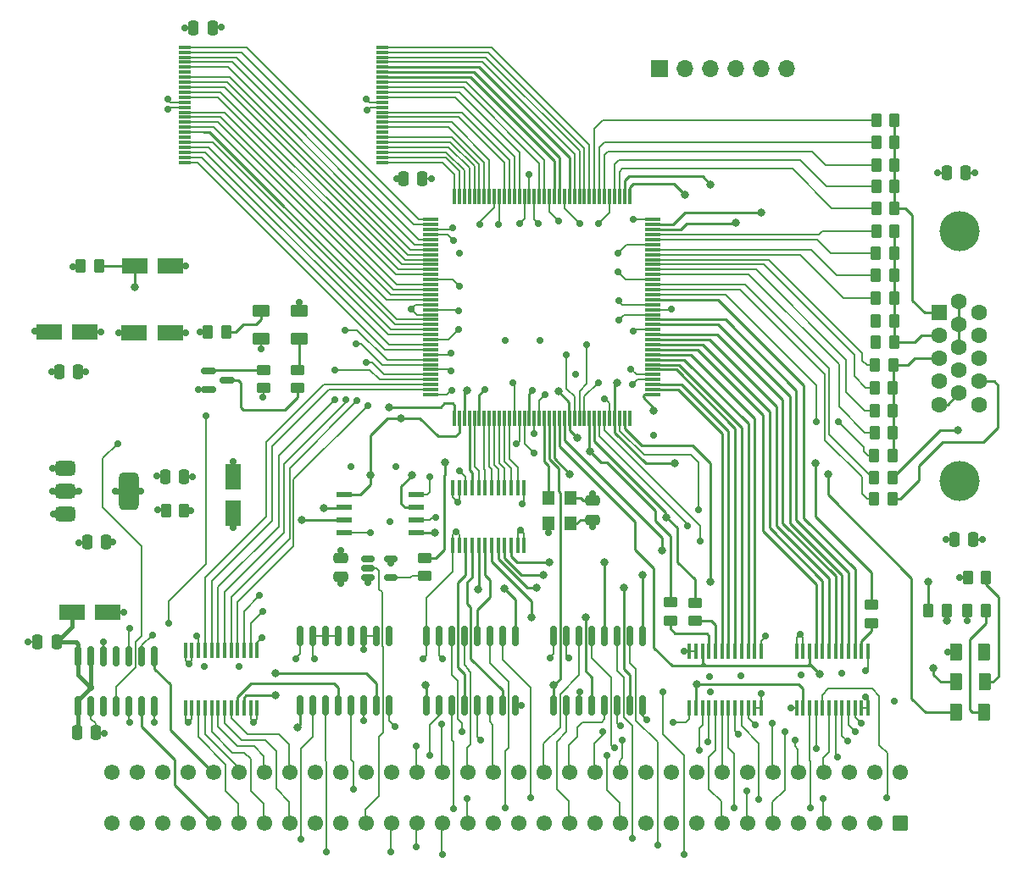
<source format=gtl>
G04 #@! TF.GenerationSoftware,KiCad,Pcbnew,8.0.5*
G04 #@! TF.CreationDate,2024-10-19T15:21:04+01:00*
G04 #@! TF.ProjectId,GfxVGA,47667856-4741-42e6-9b69-6361645f7063,rev?*
G04 #@! TF.SameCoordinates,Original*
G04 #@! TF.FileFunction,Copper,L1,Top*
G04 #@! TF.FilePolarity,Positive*
%FSLAX46Y46*%
G04 Gerber Fmt 4.6, Leading zero omitted, Abs format (unit mm)*
G04 Created by KiCad (PCBNEW 8.0.5) date 2024-10-19 15:21:04*
%MOMM*%
%LPD*%
G01*
G04 APERTURE LIST*
G04 Aperture macros list*
%AMRoundRect*
0 Rectangle with rounded corners*
0 $1 Rounding radius*
0 $2 $3 $4 $5 $6 $7 $8 $9 X,Y pos of 4 corners*
0 Add a 4 corners polygon primitive as box body*
4,1,4,$2,$3,$4,$5,$6,$7,$8,$9,$2,$3,0*
0 Add four circle primitives for the rounded corners*
1,1,$1+$1,$2,$3*
1,1,$1+$1,$4,$5*
1,1,$1+$1,$6,$7*
1,1,$1+$1,$8,$9*
0 Add four rect primitives between the rounded corners*
20,1,$1+$1,$2,$3,$4,$5,0*
20,1,$1+$1,$4,$5,$6,$7,0*
20,1,$1+$1,$6,$7,$8,$9,0*
20,1,$1+$1,$8,$9,$2,$3,0*%
G04 Aperture macros list end*
G04 #@! TA.AperFunction,ComponentPad*
%ADD10RoundRect,0.249999X0.525001X0.525001X-0.525001X0.525001X-0.525001X-0.525001X0.525001X-0.525001X0*%
G04 #@! TD*
G04 #@! TA.AperFunction,ComponentPad*
%ADD11C,1.550000*%
G04 #@! TD*
G04 #@! TA.AperFunction,SMDPad,CuDef*
%ADD12RoundRect,0.250000X-0.262500X-0.450000X0.262500X-0.450000X0.262500X0.450000X-0.262500X0.450000X0*%
G04 #@! TD*
G04 #@! TA.AperFunction,SMDPad,CuDef*
%ADD13RoundRect,0.250000X0.450000X-0.262500X0.450000X0.262500X-0.450000X0.262500X-0.450000X-0.262500X0*%
G04 #@! TD*
G04 #@! TA.AperFunction,ComponentPad*
%ADD14C,4.000000*%
G04 #@! TD*
G04 #@! TA.AperFunction,ComponentPad*
%ADD15R,1.600000X1.600000*%
G04 #@! TD*
G04 #@! TA.AperFunction,ComponentPad*
%ADD16C,1.600000*%
G04 #@! TD*
G04 #@! TA.AperFunction,SMDPad,CuDef*
%ADD17RoundRect,0.250000X0.250000X0.475000X-0.250000X0.475000X-0.250000X-0.475000X0.250000X-0.475000X0*%
G04 #@! TD*
G04 #@! TA.AperFunction,SMDPad,CuDef*
%ADD18RoundRect,0.250000X-1.050000X-0.550000X1.050000X-0.550000X1.050000X0.550000X-1.050000X0.550000X0*%
G04 #@! TD*
G04 #@! TA.AperFunction,SMDPad,CuDef*
%ADD19RoundRect,0.375000X-0.625000X-0.375000X0.625000X-0.375000X0.625000X0.375000X-0.625000X0.375000X0*%
G04 #@! TD*
G04 #@! TA.AperFunction,SMDPad,CuDef*
%ADD20RoundRect,0.500000X-0.500000X-1.400000X0.500000X-1.400000X0.500000X1.400000X-0.500000X1.400000X0*%
G04 #@! TD*
G04 #@! TA.AperFunction,SMDPad,CuDef*
%ADD21RoundRect,0.250000X-0.450000X0.262500X-0.450000X-0.262500X0.450000X-0.262500X0.450000X0.262500X0*%
G04 #@! TD*
G04 #@! TA.AperFunction,SMDPad,CuDef*
%ADD22R,1.300000X0.300000*%
G04 #@! TD*
G04 #@! TA.AperFunction,SMDPad,CuDef*
%ADD23RoundRect,0.150000X0.150000X-0.837500X0.150000X0.837500X-0.150000X0.837500X-0.150000X-0.837500X0*%
G04 #@! TD*
G04 #@! TA.AperFunction,SMDPad,CuDef*
%ADD24RoundRect,0.250000X-0.250000X-0.475000X0.250000X-0.475000X0.250000X0.475000X-0.250000X0.475000X0*%
G04 #@! TD*
G04 #@! TA.AperFunction,SMDPad,CuDef*
%ADD25R,0.410000X1.570000*%
G04 #@! TD*
G04 #@! TA.AperFunction,ComponentPad*
%ADD26R,1.700000X1.700000*%
G04 #@! TD*
G04 #@! TA.AperFunction,ComponentPad*
%ADD27O,1.700000X1.700000*%
G04 #@! TD*
G04 #@! TA.AperFunction,SMDPad,CuDef*
%ADD28RoundRect,0.150000X-0.512500X-0.150000X0.512500X-0.150000X0.512500X0.150000X-0.512500X0.150000X0*%
G04 #@! TD*
G04 #@! TA.AperFunction,SMDPad,CuDef*
%ADD29RoundRect,0.250000X0.475000X-0.250000X0.475000X0.250000X-0.475000X0.250000X-0.475000X-0.250000X0*%
G04 #@! TD*
G04 #@! TA.AperFunction,SMDPad,CuDef*
%ADD30RoundRect,0.250000X0.550000X-1.050000X0.550000X1.050000X-0.550000X1.050000X-0.550000X-1.050000X0*%
G04 #@! TD*
G04 #@! TA.AperFunction,SMDPad,CuDef*
%ADD31RoundRect,0.250000X-0.375000X-0.625000X0.375000X-0.625000X0.375000X0.625000X-0.375000X0.625000X0*%
G04 #@! TD*
G04 #@! TA.AperFunction,SMDPad,CuDef*
%ADD32R,1.600000X0.300000*%
G04 #@! TD*
G04 #@! TA.AperFunction,SMDPad,CuDef*
%ADD33R,0.300000X1.600000*%
G04 #@! TD*
G04 #@! TA.AperFunction,SMDPad,CuDef*
%ADD34R,1.610000X0.580000*%
G04 #@! TD*
G04 #@! TA.AperFunction,SMDPad,CuDef*
%ADD35RoundRect,0.250000X0.625000X-0.375000X0.625000X0.375000X-0.625000X0.375000X-0.625000X-0.375000X0*%
G04 #@! TD*
G04 #@! TA.AperFunction,SMDPad,CuDef*
%ADD36RoundRect,0.150000X0.150000X-0.825000X0.150000X0.825000X-0.150000X0.825000X-0.150000X-0.825000X0*%
G04 #@! TD*
G04 #@! TA.AperFunction,SMDPad,CuDef*
%ADD37RoundRect,0.250000X0.262500X0.450000X-0.262500X0.450000X-0.262500X-0.450000X0.262500X-0.450000X0*%
G04 #@! TD*
G04 #@! TA.AperFunction,SMDPad,CuDef*
%ADD38RoundRect,0.150000X-0.587500X-0.150000X0.587500X-0.150000X0.587500X0.150000X-0.587500X0.150000X0*%
G04 #@! TD*
G04 #@! TA.AperFunction,SMDPad,CuDef*
%ADD39R,1.200000X1.400000*%
G04 #@! TD*
G04 #@! TA.AperFunction,ViaPad*
%ADD40C,0.700000*%
G04 #@! TD*
G04 #@! TA.AperFunction,ViaPad*
%ADD41C,0.800000*%
G04 #@! TD*
G04 #@! TA.AperFunction,Conductor*
%ADD42C,0.210000*%
G04 #@! TD*
G04 #@! TA.AperFunction,Conductor*
%ADD43C,0.254000*%
G04 #@! TD*
G04 #@! TA.AperFunction,Conductor*
%ADD44C,0.400000*%
G04 #@! TD*
G04 #@! TA.AperFunction,Conductor*
%ADD45C,0.600000*%
G04 #@! TD*
G04 #@! TA.AperFunction,Conductor*
%ADD46C,0.250000*%
G04 #@! TD*
G04 APERTURE END LIST*
D10*
X188995000Y-144678400D03*
D11*
X186455000Y-144678400D03*
X183915000Y-144678400D03*
X181375000Y-144678400D03*
X178835000Y-144678400D03*
X176295000Y-144678400D03*
X173755000Y-144678400D03*
X171215000Y-144678400D03*
X168675000Y-144678400D03*
X166135000Y-144678400D03*
X163595000Y-144678400D03*
X161055000Y-144678400D03*
X158515000Y-144678400D03*
X155975000Y-144678400D03*
X153435000Y-144678400D03*
X150895000Y-144678400D03*
X148355000Y-144678400D03*
X145815000Y-144678400D03*
X143275000Y-144678400D03*
X140735000Y-144678400D03*
X138195000Y-144678400D03*
X135655000Y-144678400D03*
X133115000Y-144678400D03*
X130575000Y-144678400D03*
X128035000Y-144678400D03*
X125495000Y-144678400D03*
X122955000Y-144678400D03*
X120415000Y-144678400D03*
X117875000Y-144678400D03*
X115335000Y-144678400D03*
X112795000Y-144678400D03*
X110255000Y-144678400D03*
X188995000Y-139598400D03*
X186455000Y-139598400D03*
X183915000Y-139598400D03*
X181375000Y-139598400D03*
X178835000Y-139598400D03*
X176295000Y-139598400D03*
X173755000Y-139598400D03*
X171215000Y-139598400D03*
X168675000Y-139598400D03*
X166135000Y-139598400D03*
X163595000Y-139598400D03*
X161055000Y-139598400D03*
X158515000Y-139598400D03*
X155975000Y-139598400D03*
X153435000Y-139598400D03*
X150895000Y-139598400D03*
X148355000Y-139598400D03*
X145815000Y-139598400D03*
X143275000Y-139598400D03*
X140735000Y-139598400D03*
X138195000Y-139598400D03*
X135655000Y-139598400D03*
X133115000Y-139598400D03*
X130575000Y-139598400D03*
X128035000Y-139598400D03*
X125495000Y-139598400D03*
X122955000Y-139598400D03*
X120415000Y-139598400D03*
X117875000Y-139598400D03*
X115335000Y-139598400D03*
X112795000Y-139598400D03*
X110255000Y-139598400D03*
D12*
X186582600Y-94422800D03*
X188407600Y-94422800D03*
D13*
X141534100Y-119962800D03*
X141534100Y-118137800D03*
D14*
X194970400Y-110445600D03*
X194970400Y-85445600D03*
D15*
X192920400Y-93630600D03*
D16*
X192920400Y-95920600D03*
X192920400Y-98210600D03*
X192920400Y-100500600D03*
X192920400Y-102790600D03*
X194900400Y-92485600D03*
X194900400Y-94775600D03*
X194900400Y-97065600D03*
X194900400Y-99355600D03*
X194900400Y-101645600D03*
X196880400Y-93630600D03*
X196880400Y-95920600D03*
X196880400Y-98210600D03*
X196880400Y-100500600D03*
X196880400Y-102790600D03*
D12*
X186481000Y-101128400D03*
X188306000Y-101128400D03*
X195787000Y-120142000D03*
X197612000Y-120142000D03*
D17*
X117485200Y-110032800D03*
X115585200Y-110032800D03*
D18*
X112517400Y-95630600D03*
X116117400Y-95630600D03*
D19*
X105663200Y-109155200D03*
X105663200Y-111455200D03*
D20*
X111963200Y-111455200D03*
D19*
X105663200Y-113755200D03*
D21*
X128858400Y-99347400D03*
X128858400Y-101172400D03*
D22*
X117612400Y-67081000D03*
X117612400Y-67581000D03*
X117612400Y-68081000D03*
X117612400Y-68581000D03*
X117612400Y-69081000D03*
X117612400Y-69581000D03*
X117612400Y-70081000D03*
X117612400Y-70581000D03*
X117612400Y-71081000D03*
X117612400Y-71581000D03*
X117612400Y-72081000D03*
X117612400Y-72581000D03*
X117612400Y-73081000D03*
X117612400Y-73581000D03*
X117612400Y-74081000D03*
X117612400Y-74581000D03*
X117612400Y-75081000D03*
X117612400Y-75581000D03*
X117612400Y-76081000D03*
X117612400Y-76581000D03*
X117612400Y-77081000D03*
X117612400Y-77581000D03*
X117612400Y-78081000D03*
X117612400Y-78581000D03*
X137312400Y-78581000D03*
X137312400Y-78081000D03*
X137312400Y-77581000D03*
X137312400Y-77081000D03*
X137312400Y-76581000D03*
X137312400Y-76081000D03*
X137312400Y-75581000D03*
X137312400Y-75081000D03*
X137312400Y-74581000D03*
X137312400Y-74081000D03*
X137312400Y-73581000D03*
X137312400Y-73081000D03*
X137312400Y-72581000D03*
X137312400Y-72081000D03*
X137312400Y-71581000D03*
X137312400Y-71081000D03*
X137312400Y-70581000D03*
X137312400Y-70081000D03*
X137312400Y-69581000D03*
X137312400Y-69081000D03*
X137312400Y-68581000D03*
X137312400Y-68081000D03*
X137312400Y-67581000D03*
X137312400Y-67081000D03*
D23*
X141685000Y-132900000D03*
X142955000Y-132900000D03*
X144225000Y-132900000D03*
X145495000Y-132900000D03*
X146765000Y-132900000D03*
X148035000Y-132900000D03*
X149305000Y-132900000D03*
X150575000Y-132900000D03*
X150575000Y-125975000D03*
X149305000Y-125975000D03*
X148035000Y-125975000D03*
X146765000Y-125975000D03*
X145495000Y-125975000D03*
X144225000Y-125975000D03*
X142955000Y-125975000D03*
X141685000Y-125975000D03*
X129085000Y-132900000D03*
X130355000Y-132900000D03*
X131625000Y-132900000D03*
X132895000Y-132900000D03*
X134165000Y-132900000D03*
X135435000Y-132900000D03*
X136705000Y-132900000D03*
X137975000Y-132900000D03*
X137975000Y-125975000D03*
X136705000Y-125975000D03*
X135435000Y-125975000D03*
X134165000Y-125975000D03*
X132895000Y-125975000D03*
X131625000Y-125975000D03*
X130355000Y-125975000D03*
X129085000Y-125975000D03*
D12*
X195736200Y-123444000D03*
X197561200Y-123444000D03*
X119870600Y-95584400D03*
X121695600Y-95584400D03*
D24*
X106812000Y-135636000D03*
X108712000Y-135636000D03*
D12*
X186633400Y-74371200D03*
X188458400Y-74371200D03*
D25*
X178663600Y-133172200D03*
X179313600Y-133172200D03*
X179963600Y-133172200D03*
X180613600Y-133172200D03*
X181263600Y-133172200D03*
X181913600Y-133172200D03*
X182563600Y-133172200D03*
X183213600Y-133172200D03*
X183863600Y-133172200D03*
X184513600Y-133172200D03*
X185163600Y-133172200D03*
X185813600Y-133172200D03*
X185813600Y-127432200D03*
X185163600Y-127432200D03*
X184513600Y-127432200D03*
X183863600Y-127432200D03*
X183213600Y-127432200D03*
X182563600Y-127432200D03*
X181913600Y-127432200D03*
X181263600Y-127432200D03*
X180613600Y-127432200D03*
X179963600Y-127432200D03*
X179313600Y-127432200D03*
X178663600Y-127432200D03*
D26*
X164998400Y-69240400D03*
D27*
X167538400Y-69240400D03*
X170078400Y-69240400D03*
X172618400Y-69240400D03*
X175158400Y-69240400D03*
X177698400Y-69240400D03*
D12*
X186481000Y-103414400D03*
X188306000Y-103414400D03*
D25*
X167983000Y-133172200D03*
X168633000Y-133172200D03*
X169283000Y-133172200D03*
X169933000Y-133172200D03*
X170583000Y-133172200D03*
X171233000Y-133172200D03*
X171883000Y-133172200D03*
X172533000Y-133172200D03*
X173183000Y-133172200D03*
X173833000Y-133172200D03*
X174483000Y-133172200D03*
X175133000Y-133172200D03*
X175133000Y-127432200D03*
X174483000Y-127432200D03*
X173833000Y-127432200D03*
X173183000Y-127432200D03*
X172533000Y-127432200D03*
X171883000Y-127432200D03*
X171233000Y-127432200D03*
X170583000Y-127432200D03*
X169933000Y-127432200D03*
X169283000Y-127432200D03*
X168633000Y-127432200D03*
X167983000Y-127432200D03*
D12*
X186490600Y-98856800D03*
X188315600Y-98856800D03*
D18*
X112550000Y-88925000D03*
X116150000Y-88925000D03*
D28*
X135850000Y-118200000D03*
X135850000Y-119150000D03*
X135850000Y-120100000D03*
X138125000Y-120100000D03*
X138125000Y-118200000D03*
D12*
X186633400Y-81026000D03*
X188458400Y-81026000D03*
D17*
X104750000Y-126550000D03*
X102850000Y-126550000D03*
D12*
X186633400Y-78841600D03*
X188458400Y-78841600D03*
D23*
X154430000Y-132900000D03*
X155700000Y-132900000D03*
X156970000Y-132900000D03*
X158240000Y-132900000D03*
X159510000Y-132900000D03*
X160780000Y-132900000D03*
X162050000Y-132900000D03*
X163320000Y-132900000D03*
X163320000Y-125975000D03*
X162050000Y-125975000D03*
X160780000Y-125975000D03*
X159510000Y-125975000D03*
X158240000Y-125975000D03*
X156970000Y-125975000D03*
X155700000Y-125975000D03*
X154430000Y-125975000D03*
D24*
X193664800Y-79654400D03*
X195564800Y-79654400D03*
D13*
X125404000Y-101168600D03*
X125404000Y-99343600D03*
D29*
X133184100Y-120037800D03*
X133184100Y-118137800D03*
D30*
X122377200Y-113632800D03*
X122377200Y-110032800D03*
D31*
X194608800Y-133604000D03*
X197408800Y-133604000D03*
D12*
X107187200Y-88975800D03*
X109012200Y-88975800D03*
D13*
X186150000Y-124650000D03*
X186150000Y-122825000D03*
D12*
X186439800Y-112217200D03*
X188264800Y-112217200D03*
D17*
X120325000Y-65125000D03*
X118425000Y-65125000D03*
D24*
X107802600Y-116586000D03*
X109702600Y-116586000D03*
D12*
X186582600Y-92136800D03*
X188407600Y-92136800D03*
D32*
X142138200Y-84315600D03*
X142138200Y-84815600D03*
X142138200Y-85315600D03*
X142138200Y-85815600D03*
X142138200Y-86315600D03*
X142138200Y-86815600D03*
X142138200Y-87315600D03*
X142138200Y-87815600D03*
X142138200Y-88315600D03*
X142138200Y-88815600D03*
X142138200Y-89315600D03*
X142138200Y-89815600D03*
X142138200Y-90315600D03*
X142138200Y-90815600D03*
X142138200Y-91315600D03*
X142138200Y-91815600D03*
X142138200Y-92315600D03*
X142138200Y-92815600D03*
X142138200Y-93315600D03*
X142138200Y-93815600D03*
X142138200Y-94315600D03*
X142138200Y-94815600D03*
X142138200Y-95315600D03*
X142138200Y-95815600D03*
X142138200Y-96315600D03*
X142138200Y-96815600D03*
X142138200Y-97315600D03*
X142138200Y-97815600D03*
X142138200Y-98315600D03*
X142138200Y-98815600D03*
X142138200Y-99315600D03*
X142138200Y-99815600D03*
X142138200Y-100315600D03*
X142138200Y-100815600D03*
X142138200Y-101315600D03*
X142138200Y-101815600D03*
D33*
X144488200Y-104165600D03*
X144988200Y-104165600D03*
X145488200Y-104165600D03*
X145988200Y-104165600D03*
X146488200Y-104165600D03*
X146988200Y-104165600D03*
X147488200Y-104165600D03*
X147988200Y-104165600D03*
X148488200Y-104165600D03*
X148988200Y-104165600D03*
X149488200Y-104165600D03*
X149988200Y-104165600D03*
X150488200Y-104165600D03*
X150988200Y-104165600D03*
X151488200Y-104165600D03*
X151988200Y-104165600D03*
X152488200Y-104165600D03*
X152988200Y-104165600D03*
X153488200Y-104165600D03*
X153988200Y-104165600D03*
X154488200Y-104165600D03*
X154988200Y-104165600D03*
X155488200Y-104165600D03*
X155988200Y-104165600D03*
X156488200Y-104165600D03*
X156988200Y-104165600D03*
X157488200Y-104165600D03*
X157988200Y-104165600D03*
X158488200Y-104165600D03*
X158988200Y-104165600D03*
X159488200Y-104165600D03*
X159988200Y-104165600D03*
X160488200Y-104165600D03*
X160988200Y-104165600D03*
X161488200Y-104165600D03*
X161988200Y-104165600D03*
D32*
X164338200Y-101815600D03*
X164338200Y-101315600D03*
X164338200Y-100815600D03*
X164338200Y-100315600D03*
X164338200Y-99815600D03*
X164338200Y-99315600D03*
X164338200Y-98815600D03*
X164338200Y-98315600D03*
X164338200Y-97815600D03*
X164338200Y-97315600D03*
X164338200Y-96815600D03*
X164338200Y-96315600D03*
X164338200Y-95815600D03*
X164338200Y-95315600D03*
X164338200Y-94815600D03*
X164338200Y-94315600D03*
X164338200Y-93815600D03*
X164338200Y-93315600D03*
X164338200Y-92815600D03*
X164338200Y-92315600D03*
X164338200Y-91815600D03*
X164338200Y-91315600D03*
X164338200Y-90815600D03*
X164338200Y-90315600D03*
X164338200Y-89815600D03*
X164338200Y-89315600D03*
X164338200Y-88815600D03*
X164338200Y-88315600D03*
X164338200Y-87815600D03*
X164338200Y-87315600D03*
X164338200Y-86815600D03*
X164338200Y-86315600D03*
X164338200Y-85815600D03*
X164338200Y-85315600D03*
X164338200Y-84815600D03*
X164338200Y-84315600D03*
D33*
X161988200Y-81965600D03*
X161488200Y-81965600D03*
X160988200Y-81965600D03*
X160488200Y-81965600D03*
X159988200Y-81965600D03*
X159488200Y-81965600D03*
X158988200Y-81965600D03*
X158488200Y-81965600D03*
X157988200Y-81965600D03*
X157488200Y-81965600D03*
X156988200Y-81965600D03*
X156488200Y-81965600D03*
X155988200Y-81965600D03*
X155488200Y-81965600D03*
X154988200Y-81965600D03*
X154488200Y-81965600D03*
X153988200Y-81965600D03*
X153488200Y-81965600D03*
X152988200Y-81965600D03*
X152488200Y-81965600D03*
X151988200Y-81965600D03*
X151488200Y-81965600D03*
X150988200Y-81965600D03*
X150488200Y-81965600D03*
X149988200Y-81965600D03*
X149488200Y-81965600D03*
X148988200Y-81965600D03*
X148488200Y-81965600D03*
X147988200Y-81965600D03*
X147488200Y-81965600D03*
X146988200Y-81965600D03*
X146488200Y-81965600D03*
X145988200Y-81965600D03*
X145488200Y-81965600D03*
X144988200Y-81965600D03*
X144488200Y-81965600D03*
D18*
X106305800Y-123545600D03*
X109905800Y-123545600D03*
D29*
X158284400Y-114329000D03*
X158284400Y-112429000D03*
D12*
X186582600Y-96607200D03*
X188407600Y-96607200D03*
X186582600Y-89901600D03*
X188407600Y-89901600D03*
D24*
X194442000Y-116332000D03*
X196342000Y-116332000D03*
D34*
X133462000Y-111823600D03*
X133462000Y-113093600D03*
X133462000Y-114363600D03*
X133462000Y-115633600D03*
X140672000Y-115633600D03*
X140672000Y-114363600D03*
X140672000Y-113093600D03*
X140672000Y-111823600D03*
D35*
X128960000Y-96200000D03*
X128960000Y-93400000D03*
D13*
X166065200Y-124407300D03*
X166065200Y-122582300D03*
D17*
X106929400Y-99491400D03*
X105029400Y-99491400D03*
D25*
X144325000Y-116890000D03*
X144975000Y-116890000D03*
X145625000Y-116890000D03*
X146275000Y-116890000D03*
X146925000Y-116890000D03*
X147575000Y-116890000D03*
X148225000Y-116890000D03*
X148875000Y-116890000D03*
X149525000Y-116890000D03*
X150175000Y-116890000D03*
X150825000Y-116890000D03*
X151475000Y-116890000D03*
X151475000Y-111150000D03*
X150825000Y-111150000D03*
X150175000Y-111150000D03*
X149525000Y-111150000D03*
X148875000Y-111150000D03*
X148225000Y-111150000D03*
X147575000Y-111150000D03*
X146925000Y-111150000D03*
X146275000Y-111150000D03*
X145625000Y-111150000D03*
X144975000Y-111150000D03*
X144325000Y-111150000D03*
D12*
X186481000Y-105598800D03*
X188306000Y-105598800D03*
D35*
X125150000Y-96200000D03*
X125150000Y-93400000D03*
D36*
X106934000Y-132966000D03*
X108204000Y-132966000D03*
X109474000Y-132966000D03*
X110744000Y-132966000D03*
X112014000Y-132966000D03*
X113284000Y-132966000D03*
X114554000Y-132966000D03*
X114554000Y-128016000D03*
X113284000Y-128016000D03*
X112014000Y-128016000D03*
X110744000Y-128016000D03*
X109474000Y-128016000D03*
X108204000Y-128016000D03*
X106934000Y-128016000D03*
D31*
X194659600Y-130556000D03*
X197459600Y-130556000D03*
D25*
X117638800Y-133121800D03*
X118288800Y-133121800D03*
X118938800Y-133121800D03*
X119588800Y-133121800D03*
X120238800Y-133121800D03*
X120888800Y-133121800D03*
X121538800Y-133121800D03*
X122188800Y-133121800D03*
X122838800Y-133121800D03*
X123488800Y-133121800D03*
X124138800Y-133121800D03*
X124788800Y-133121800D03*
X124788800Y-127381800D03*
X124138800Y-127381800D03*
X123488800Y-127381800D03*
X122838800Y-127381800D03*
X122188800Y-127381800D03*
X121538800Y-127381800D03*
X120888800Y-127381800D03*
X120238800Y-127381800D03*
X119588800Y-127381800D03*
X118938800Y-127381800D03*
X118288800Y-127381800D03*
X117638800Y-127381800D03*
D18*
X103989800Y-95529000D03*
X107589800Y-95529000D03*
D13*
X168503600Y-124432700D03*
X168503600Y-122607700D03*
D12*
X186633400Y-76606400D03*
X188458400Y-76606400D03*
D37*
X117496600Y-113385600D03*
X115671600Y-113385600D03*
D12*
X186439800Y-110083600D03*
X188264800Y-110083600D03*
D38*
X119922200Y-99409600D03*
X119922200Y-101309600D03*
X121797200Y-100359600D03*
D12*
X186582600Y-87666400D03*
X188407600Y-87666400D03*
D17*
X141300000Y-80200000D03*
X139400000Y-80200000D03*
D12*
X186633400Y-85482000D03*
X188458400Y-85482000D03*
X186629600Y-83159600D03*
X188454600Y-83159600D03*
D39*
X156100000Y-114715000D03*
X156100000Y-112175000D03*
X153900000Y-112175000D03*
X153900000Y-114715000D03*
D12*
X186430200Y-107884800D03*
X188255200Y-107884800D03*
D31*
X194634200Y-127558800D03*
X197434200Y-127558800D03*
D12*
X191822700Y-123418600D03*
X193647700Y-123418600D03*
D40*
X117650000Y-95600000D03*
X114350000Y-125850000D03*
X175150000Y-131725000D03*
X160833000Y-89550400D03*
X133150000Y-117400000D03*
X135725000Y-72300000D03*
X164400000Y-105900000D03*
X163700000Y-134300000D03*
X151300000Y-112700000D03*
X173100000Y-129950000D03*
X196443600Y-79654400D03*
X125150000Y-97250000D03*
X130550000Y-128200000D03*
X146995000Y-84754800D03*
X135450000Y-127300000D03*
X135450000Y-134450000D03*
X144932600Y-95290800D03*
X104350000Y-109150000D03*
X158259000Y-111743200D03*
X151150000Y-132900000D03*
X104300000Y-99500000D03*
X138550000Y-135000000D03*
X114800000Y-109950000D03*
X109150000Y-95550000D03*
X135884100Y-120637800D03*
X150347800Y-100655200D03*
X145000000Y-91000000D03*
X175600000Y-125950000D03*
X151100000Y-115350000D03*
X185525000Y-132000000D03*
X156616400Y-99745800D03*
X138700000Y-80200000D03*
X118900000Y-101300000D03*
X185550000Y-129450000D03*
X162100000Y-99250000D03*
X110400000Y-116550000D03*
X144350000Y-85100000D03*
X158923000Y-84704000D03*
X117650000Y-88950000D03*
X118750000Y-125950000D03*
X151008200Y-84704000D03*
X149600000Y-96400000D03*
X193750000Y-127550000D03*
X153550000Y-101850000D03*
X112050000Y-134550000D03*
X122400000Y-108500000D03*
X143275000Y-128200000D03*
X117550000Y-65125000D03*
X125275000Y-126100000D03*
X145000000Y-109400000D03*
X160883800Y-92425600D03*
X136075000Y-115625000D03*
X115900000Y-73275000D03*
X109500000Y-135700000D03*
X197256400Y-116332000D03*
X114850000Y-113350000D03*
X101900000Y-126500000D03*
X124450000Y-134550000D03*
X155925000Y-128125000D03*
X111450000Y-123550000D03*
X162350000Y-84300000D03*
X114554000Y-134554000D03*
X122950000Y-129000000D03*
X109475000Y-126550000D03*
X159500000Y-102200000D03*
X157023000Y-84704000D03*
X144200000Y-101350000D03*
X166200000Y-93250000D03*
X162400000Y-95500000D03*
X142075000Y-110025000D03*
X158259000Y-115045200D03*
X170000000Y-130000000D03*
X144800000Y-112550000D03*
X158902600Y-100604400D03*
X133184100Y-120737800D03*
X193598800Y-116306600D03*
X147523200Y-101320600D03*
X145000000Y-87700000D03*
X153050000Y-96400000D03*
X183200000Y-129700000D03*
X167450000Y-127450000D03*
X160833000Y-87650400D03*
X106400000Y-89000000D03*
X140200000Y-93250000D03*
X121225000Y-65100000D03*
X119100000Y-95550000D03*
X102550000Y-95500000D03*
X148895000Y-84754800D03*
X153900000Y-115650000D03*
X107700000Y-99500000D03*
X142250000Y-80200000D03*
X144150000Y-99450000D03*
X152450000Y-105700000D03*
X117975000Y-128725000D03*
X179000000Y-125800000D03*
X192786000Y-79629000D03*
X138150000Y-118700000D03*
X110950000Y-95650000D03*
X179150000Y-129800000D03*
X154925000Y-84425000D03*
X115875000Y-72300000D03*
X134125000Y-109025000D03*
X195700000Y-124400000D03*
X144400000Y-86400000D03*
X135775000Y-73375000D03*
X138675000Y-109025000D03*
X151975000Y-79775000D03*
X129000000Y-92550000D03*
X107025000Y-116600000D03*
X104450000Y-113750000D03*
X119500000Y-128975000D03*
X162300000Y-100800000D03*
X138025000Y-114525000D03*
X194950000Y-120100000D03*
X154025000Y-128125000D03*
X108200000Y-131100000D03*
X117925000Y-134575000D03*
X141375000Y-128200000D03*
X188475000Y-132500000D03*
X178150000Y-133150000D03*
X170025000Y-131575000D03*
X144650000Y-115500000D03*
X166325000Y-134575000D03*
X128650000Y-128200000D03*
X113200000Y-111450000D03*
X110650000Y-111450000D03*
X144932600Y-93390800D03*
X160883800Y-94325600D03*
X144150000Y-97700000D03*
X118300000Y-110000000D03*
X152908200Y-84704000D03*
X106950000Y-111450000D03*
X118150000Y-113450000D03*
X125400000Y-102100000D03*
X104400000Y-111425000D03*
X152273000Y-101422200D03*
X122400000Y-115100000D03*
D41*
X137950000Y-103050000D03*
X112550000Y-91050000D03*
X156050000Y-109750000D03*
X181800000Y-109800000D03*
D40*
X160500000Y-137150000D03*
X140690600Y-136950000D03*
X143250000Y-134750000D03*
X161100000Y-134950000D03*
X134400000Y-141250000D03*
X159300000Y-135500000D03*
X145250000Y-135500000D03*
X161300000Y-136400000D03*
X147150000Y-136400000D03*
X174575000Y-134875000D03*
X172825000Y-135750000D03*
X169825000Y-136525000D03*
X176250000Y-134675000D03*
X185100000Y-134675000D03*
X183762500Y-136462500D03*
X178525000Y-136375000D03*
X180618600Y-137175000D03*
X138150000Y-147500000D03*
X131750000Y-147500000D03*
X164800000Y-146900000D03*
X140700000Y-147050000D03*
X165350000Y-131500000D03*
X157000000Y-131500000D03*
X167450000Y-147800000D03*
X143300000Y-147800000D03*
X145800000Y-142200000D03*
X152100000Y-142150000D03*
X144450000Y-143200000D03*
X129200000Y-146250000D03*
X162250000Y-146150000D03*
X149600000Y-143150000D03*
X159750000Y-137900000D03*
X142050000Y-137850000D03*
X174925000Y-142275000D03*
X172400000Y-143125000D03*
X173700000Y-141475000D03*
X168950000Y-137400000D03*
X184537500Y-135537500D03*
X177500000Y-135550000D03*
X182750000Y-138050000D03*
X181325000Y-142200000D03*
X187650000Y-142150000D03*
X180050000Y-143150000D03*
D41*
X167500000Y-81800000D03*
X172600000Y-84600000D03*
X170100000Y-80800000D03*
X175150000Y-83650000D03*
X194767200Y-105333800D03*
X129250000Y-114325000D03*
X192350000Y-129200000D03*
X139200000Y-104175000D03*
X136075000Y-109875000D03*
X140225000Y-109875000D03*
X166500000Y-108700000D03*
X160727600Y-100604400D03*
X180550000Y-108700000D03*
X165700000Y-114050000D03*
X142550000Y-115650000D03*
X158050000Y-107500000D03*
X131450000Y-113150000D03*
X154889200Y-101473000D03*
X156800000Y-106150000D03*
X143600000Y-108600000D03*
X145745200Y-101396800D03*
X170050000Y-120500000D03*
X191800000Y-120500000D03*
X164389000Y-103402200D03*
X180950000Y-129750000D03*
D40*
X186582600Y-94422800D03*
X157700000Y-96850000D03*
X186582600Y-96607200D03*
X155700000Y-97800000D03*
X182850000Y-104500000D03*
X180650000Y-104500000D03*
X150700000Y-106750000D03*
X116000000Y-124650000D03*
X112050000Y-125200000D03*
X119650000Y-103950000D03*
X110900000Y-106700000D03*
X152450000Y-107650000D03*
X134750000Y-102450000D03*
X134700000Y-96700000D03*
D41*
X168700000Y-130800000D03*
X165200000Y-117400000D03*
D40*
X167750000Y-114950000D03*
X125050000Y-121900000D03*
D41*
X141650000Y-130850000D03*
X154430000Y-130850000D03*
X128800000Y-135050000D03*
D40*
X135650000Y-98600000D03*
X135850000Y-102900000D03*
X133650000Y-102350000D03*
X133600000Y-95350000D03*
X168900000Y-113350000D03*
X142650000Y-114100000D03*
X132550000Y-99350000D03*
X132550000Y-102350000D03*
X169050000Y-116450000D03*
X125325000Y-123525000D03*
D41*
X149450000Y-121200000D03*
X146900000Y-121250000D03*
X126600000Y-131900000D03*
X126600000Y-129700000D03*
X159500000Y-118550000D03*
X153950000Y-118600000D03*
X161450000Y-121150000D03*
X152750000Y-121150000D03*
X163300000Y-119850000D03*
X153400000Y-119850000D03*
X152200000Y-124100000D03*
X157595000Y-124050000D03*
X193650000Y-124450000D03*
X197434200Y-127558800D03*
D42*
X124138800Y-134238800D02*
X124450000Y-134550000D01*
X148488200Y-83061800D02*
X146995000Y-84555000D01*
X151475000Y-116890000D02*
X151475000Y-115725000D01*
X174483000Y-133172200D02*
X175133000Y-133172200D01*
X119922200Y-101309600D02*
X118909600Y-101309600D01*
X164338200Y-90315600D02*
X161598200Y-90315600D01*
X135850000Y-120100000D02*
X135850000Y-120603700D01*
X137975000Y-134425000D02*
X137975000Y-132900000D01*
X108700000Y-134700000D02*
X108700000Y-134850000D01*
X151475000Y-115725000D02*
X151100000Y-115350000D01*
X108700000Y-134850000D02*
X108712000Y-134862000D01*
X115585200Y-110032800D02*
X114882800Y-110032800D01*
D43*
X192920400Y-102790600D02*
X193755400Y-102790600D01*
D42*
X109474000Y-126551000D02*
X109475000Y-126550000D01*
X175133000Y-126417000D02*
X175600000Y-125950000D01*
X124788800Y-134211200D02*
X124450000Y-134550000D01*
X159988200Y-81965600D02*
X159988200Y-83638800D01*
X159988200Y-104165600D02*
X159988200Y-102688200D01*
X114554000Y-134554000D02*
X114554000Y-132966000D01*
X151475000Y-111150000D02*
X151475000Y-112525000D01*
X125150000Y-96200000D02*
X125150000Y-97250000D01*
X135435000Y-134435000D02*
X135450000Y-134450000D01*
X122377200Y-108522800D02*
X122400000Y-108500000D01*
X150488200Y-100795600D02*
X150347800Y-100655200D01*
X145625000Y-110025000D02*
X145000000Y-109400000D01*
D43*
X195564800Y-79654400D02*
X196443600Y-79654400D01*
D42*
X150825000Y-116890000D02*
X150825000Y-115625000D01*
X151475000Y-112525000D02*
X151300000Y-112700000D01*
X155700000Y-125975000D02*
X155700000Y-127900000D01*
X135435000Y-127285000D02*
X135450000Y-127300000D01*
D43*
X193755400Y-102790600D02*
X194900400Y-101645600D01*
D42*
X185813600Y-132288600D02*
X185525000Y-132000000D01*
X164338200Y-84315600D02*
X162365600Y-84315600D01*
X143907800Y-96315600D02*
X144932600Y-95290800D01*
X162365600Y-84315600D02*
X162350000Y-84300000D01*
X101950000Y-126550000D02*
X101900000Y-126500000D01*
X185813600Y-127432200D02*
X185813600Y-129186400D01*
X138550000Y-135000000D02*
X137975000Y-134425000D01*
X114350000Y-125850000D02*
X113284000Y-126916000D01*
D43*
X196342000Y-116332000D02*
X197256400Y-116332000D01*
D42*
X146995000Y-84555000D02*
X146995000Y-84754800D01*
X151488200Y-81965600D02*
X151488200Y-84224000D01*
X142955000Y-127880000D02*
X143275000Y-128200000D01*
X109129000Y-95529000D02*
X109150000Y-95550000D01*
X136075000Y-115625000D02*
X136066400Y-115633600D01*
X175133000Y-127432200D02*
X175133000Y-126417000D01*
D43*
X194900400Y-97065600D02*
X194900400Y-92485600D01*
D42*
X109436000Y-135636000D02*
X109500000Y-135700000D01*
X194634200Y-127558800D02*
X193758800Y-127558800D01*
X108712000Y-134862000D02*
X108712000Y-135636000D01*
X151488200Y-84224000D02*
X151008200Y-84704000D01*
X150825000Y-115625000D02*
X151100000Y-115350000D01*
X114882800Y-110032800D02*
X114800000Y-109950000D01*
X108712000Y-135636000D02*
X109436000Y-135636000D01*
X130355000Y-125975000D02*
X132895000Y-125975000D01*
X136006000Y-72581000D02*
X135725000Y-72300000D01*
X135850000Y-120603700D02*
X135884100Y-120637800D01*
X175133000Y-133172200D02*
X175133000Y-131742000D01*
X130355000Y-128005000D02*
X130550000Y-128200000D01*
X109474000Y-128016000D02*
X109474000Y-126551000D01*
X108204000Y-134204000D02*
X108700000Y-134700000D01*
X185813600Y-133172200D02*
X185813600Y-132288600D01*
X114885600Y-113385600D02*
X114850000Y-113350000D01*
X142138200Y-96315600D02*
X143907800Y-96315600D01*
X104355200Y-109155200D02*
X104350000Y-109150000D01*
X148488200Y-81965600D02*
X148488200Y-83061800D01*
X163320000Y-132900000D02*
X163320000Y-133920000D01*
X145625000Y-111150000D02*
X145625000Y-110025000D01*
X135435000Y-125975000D02*
X136705000Y-125975000D01*
X164338200Y-99815600D02*
X162665600Y-99815600D01*
X122377200Y-110032800D02*
X122377200Y-108522800D01*
X130355000Y-125975000D02*
X130355000Y-128005000D01*
X104308600Y-99491400D02*
X104300000Y-99500000D01*
X142138200Y-90315600D02*
X144315600Y-90315600D01*
X116094000Y-73081000D02*
X115900000Y-73275000D01*
X175133000Y-131742000D02*
X175150000Y-131725000D01*
X185813600Y-133172200D02*
X185163600Y-133172200D01*
X133184100Y-118137800D02*
X133184100Y-117437800D01*
X164338200Y-92815600D02*
X161273800Y-92815600D01*
X105029400Y-99491400D02*
X104308600Y-99491400D01*
X142955000Y-125975000D02*
X142955000Y-127880000D01*
X144134400Y-85315600D02*
X144350000Y-85100000D01*
X150575000Y-132900000D02*
X151150000Y-132900000D01*
X116150000Y-88925000D02*
X117625000Y-88925000D01*
X115671600Y-113385600D02*
X114885600Y-113385600D01*
X152988200Y-104165600D02*
X152988200Y-102411800D01*
X152988200Y-102411800D02*
X153550000Y-101850000D01*
X162665600Y-99815600D02*
X162100000Y-99250000D01*
X137312400Y-72581000D02*
X136006000Y-72581000D01*
X118938800Y-126138800D02*
X118750000Y-125950000D01*
D43*
X157116000Y-112175000D02*
X156100000Y-112175000D01*
D42*
X109905800Y-123545600D02*
X111445600Y-123545600D01*
X144315600Y-90315600D02*
X145000000Y-91000000D01*
X117619400Y-95630600D02*
X117650000Y-95600000D01*
X107589800Y-95529000D02*
X109129000Y-95529000D01*
X161273800Y-92815600D02*
X160883800Y-92425600D01*
X117612400Y-73081000D02*
X116094000Y-73081000D01*
X118425000Y-65125000D02*
X117550000Y-65125000D01*
X111445600Y-123545600D02*
X111450000Y-123550000D01*
X105663200Y-109155200D02*
X104355200Y-109155200D01*
X161598200Y-90315600D02*
X160833000Y-89550400D01*
X142138200Y-85315600D02*
X144134400Y-85315600D01*
X124788800Y-127381800D02*
X124788800Y-126586200D01*
X118938800Y-127381800D02*
X118938800Y-126138800D01*
X124788800Y-133121800D02*
X124788800Y-134211200D01*
X116117400Y-95630600D02*
X117619400Y-95630600D01*
D43*
X158284400Y-111768600D02*
X158259000Y-111743200D01*
D42*
X159988200Y-83638800D02*
X158923000Y-84704000D01*
X150488200Y-104165600D02*
X150488200Y-100795600D01*
X117625000Y-88925000D02*
X117650000Y-88950000D01*
X124138800Y-133121800D02*
X124138800Y-134238800D01*
X112014000Y-134514000D02*
X112050000Y-134550000D01*
X155700000Y-127900000D02*
X155925000Y-128125000D01*
X113284000Y-126916000D02*
X113284000Y-128016000D01*
X185813600Y-129186400D02*
X185550000Y-129450000D01*
X108204000Y-132966000D02*
X108204000Y-134204000D01*
X159988200Y-102688200D02*
X159500000Y-102200000D01*
D43*
X158284400Y-112429000D02*
X158284400Y-111768600D01*
D42*
X135435000Y-125975000D02*
X135435000Y-127285000D01*
X118909600Y-101309600D02*
X118900000Y-101300000D01*
X136066400Y-115633600D02*
X133462000Y-115633600D01*
X135435000Y-132900000D02*
X135435000Y-134435000D01*
D43*
X157370000Y-112429000D02*
X157116000Y-112175000D01*
X158284400Y-112429000D02*
X157370000Y-112429000D01*
D42*
X110364000Y-116586000D02*
X110400000Y-116550000D01*
X112014000Y-132966000D02*
X112014000Y-134514000D01*
X124788800Y-126586200D02*
X125275000Y-126100000D01*
X193758800Y-127558800D02*
X193750000Y-127550000D01*
X102850000Y-126550000D02*
X101950000Y-126550000D01*
X139400000Y-80200000D02*
X138700000Y-80200000D01*
X109702600Y-116586000D02*
X110364000Y-116586000D01*
X163320000Y-133920000D02*
X163700000Y-134300000D01*
X128960000Y-92590000D02*
X129000000Y-92550000D01*
X144975000Y-111150000D02*
X144975000Y-112375000D01*
X118288800Y-127381800D02*
X118288800Y-128411200D01*
D43*
X156100000Y-114715000D02*
X156709600Y-114715000D01*
D42*
X105663200Y-113755200D02*
X104455200Y-113755200D01*
X119134400Y-95584400D02*
X119100000Y-95550000D01*
D43*
X193664800Y-79654400D02*
X192811400Y-79654400D01*
X158284400Y-115019800D02*
X158259000Y-115045200D01*
D42*
X179313600Y-126113600D02*
X179000000Y-125800000D01*
D43*
X193624200Y-116332000D02*
X193598800Y-116306600D01*
D42*
X102579000Y-95529000D02*
X102550000Y-95500000D01*
X116156000Y-72581000D02*
X117612400Y-72581000D01*
X161667800Y-86815600D02*
X160833000Y-87650400D01*
X153988200Y-83488200D02*
X154925000Y-84425000D01*
X107802600Y-116586000D02*
X107039000Y-116586000D01*
X142075000Y-111525000D02*
X141775000Y-111825000D01*
X117638800Y-127381800D02*
X117638800Y-128388800D01*
X138125000Y-118200000D02*
X138125000Y-118675000D01*
D43*
X194442000Y-116332000D02*
X193624200Y-116332000D01*
D42*
X121200000Y-65125000D02*
X121225000Y-65100000D01*
X164338200Y-86815600D02*
X161667800Y-86815600D01*
X167983000Y-127432200D02*
X167467800Y-127432200D01*
X155488200Y-83169200D02*
X157023000Y-84704000D01*
X157488200Y-104165600D02*
X157488200Y-102018800D01*
X144015600Y-99315600D02*
X144150000Y-99450000D01*
X179313600Y-127432200D02*
X179313600Y-126113600D01*
X143734400Y-101815600D02*
X142138200Y-101815600D01*
X153988200Y-81965600D02*
X153988200Y-83488200D01*
X137312400Y-73081000D02*
X136069000Y-73081000D01*
X178663600Y-127432200D02*
X178663600Y-126136400D01*
X133184100Y-120037800D02*
X133184100Y-120737800D01*
X152488200Y-105661800D02*
X152450000Y-105700000D01*
X119870600Y-95584400D02*
X119134400Y-95584400D01*
X148988200Y-81965600D02*
X148988200Y-84661600D01*
X128960000Y-93400000D02*
X128960000Y-92590000D01*
D43*
X192811400Y-79654400D02*
X192786000Y-79629000D01*
D42*
X120325000Y-65125000D02*
X121200000Y-65125000D01*
X116156000Y-72581000D02*
X115875000Y-72300000D01*
X195736200Y-124363800D02*
X195700000Y-124400000D01*
X141623600Y-111823600D02*
X140672000Y-111823600D01*
X140765600Y-93815600D02*
X140200000Y-93250000D01*
X142075000Y-110025000D02*
X142075000Y-111525000D01*
X144325000Y-111150000D02*
X144325000Y-112075000D01*
X152488200Y-104165600D02*
X152488200Y-105661800D01*
X107187200Y-88975800D02*
X106424200Y-88975800D01*
X194992000Y-120142000D02*
X194950000Y-120100000D01*
X106424200Y-88975800D02*
X106400000Y-89000000D01*
X151988200Y-79788200D02*
X151975000Y-79775000D01*
X103989800Y-95529000D02*
X102579000Y-95529000D01*
X144325000Y-112075000D02*
X144800000Y-112550000D01*
D43*
X158284400Y-114329000D02*
X158284400Y-115019800D01*
D42*
X141625000Y-111825000D02*
X141623600Y-111823600D01*
X142138200Y-99315600D02*
X144015600Y-99315600D01*
X148988200Y-84661600D02*
X148895000Y-84754800D01*
X110969400Y-95630600D02*
X110950000Y-95650000D01*
X164338200Y-93315600D02*
X166134400Y-93315600D01*
X162584400Y-95315600D02*
X162400000Y-95500000D01*
D43*
X157095600Y-114329000D02*
X158284400Y-114329000D01*
D42*
X153900000Y-114715000D02*
X153900000Y-115650000D01*
X140634400Y-92815600D02*
X140200000Y-93250000D01*
X167467800Y-127432200D02*
X167450000Y-127450000D01*
X107691400Y-99491400D02*
X107700000Y-99500000D01*
X141300000Y-80200000D02*
X142250000Y-80200000D01*
X106929400Y-99491400D02*
X107691400Y-99491400D01*
X164338200Y-100315600D02*
X162784400Y-100315600D01*
X157488200Y-102018800D02*
X158902600Y-100604400D01*
X138125000Y-118675000D02*
X138150000Y-118700000D01*
X107039000Y-116586000D02*
X107025000Y-116600000D01*
D43*
X146988200Y-101855600D02*
X147523200Y-101320600D01*
D42*
X195736200Y-123444000D02*
X195736200Y-124363800D01*
X117638800Y-128388800D02*
X117975000Y-128725000D01*
X143815600Y-85815600D02*
X144400000Y-86400000D01*
X141775000Y-111825000D02*
X141625000Y-111825000D01*
X168633000Y-127432200D02*
X167983000Y-127432200D01*
X151988200Y-81965600D02*
X151988200Y-79788200D01*
X162784400Y-100315600D02*
X162300000Y-100800000D01*
X136069000Y-73081000D02*
X135775000Y-73375000D01*
X166134400Y-93315600D02*
X166200000Y-93250000D01*
X178663600Y-126136400D02*
X179000000Y-125800000D01*
X144975000Y-112375000D02*
X144800000Y-112550000D01*
D43*
X156709600Y-114715000D02*
X157095600Y-114329000D01*
D42*
X142138200Y-92815600D02*
X140634400Y-92815600D01*
X104455200Y-113755200D02*
X104450000Y-113750000D01*
X164338200Y-95315600D02*
X162584400Y-95315600D01*
X112517400Y-95630600D02*
X110969400Y-95630600D01*
X155488200Y-81965600D02*
X155488200Y-83169200D01*
D43*
X146988200Y-104165600D02*
X146988200Y-101855600D01*
D42*
X142138200Y-93815600D02*
X140765600Y-93815600D01*
X144200000Y-101350000D02*
X143734400Y-101815600D01*
X142138200Y-85815600D02*
X143815600Y-85815600D01*
X195787000Y-120142000D02*
X194992000Y-120142000D01*
X118288800Y-128411200D02*
X117975000Y-128725000D01*
X144325000Y-119525000D02*
X144325000Y-116890000D01*
D44*
X106934000Y-132966000D02*
X106934000Y-135514000D01*
D42*
X118288800Y-134211200D02*
X117925000Y-134575000D01*
X117638800Y-133121800D02*
X117638800Y-134288800D01*
D44*
X108204000Y-128016000D02*
X108204000Y-131096000D01*
D42*
X141685000Y-122165000D02*
X144325000Y-119525000D01*
X166325000Y-134575000D02*
X167650000Y-134575000D01*
X141685000Y-125975000D02*
X141685000Y-122165000D01*
D44*
X104750000Y-126550000D02*
X106305800Y-124994200D01*
X106934000Y-132366000D02*
X108200000Y-131100000D01*
D42*
X118288800Y-133121800D02*
X118288800Y-134211200D01*
D44*
X108204000Y-131096000D02*
X108200000Y-131100000D01*
D42*
X144975000Y-116890000D02*
X144975000Y-115825000D01*
X117638800Y-134288800D02*
X117925000Y-134575000D01*
X129085000Y-127765000D02*
X128650000Y-128200000D01*
D44*
X106934000Y-128016000D02*
X106934000Y-129834000D01*
D42*
X144975000Y-115825000D02*
X144650000Y-115500000D01*
X154430000Y-127720000D02*
X154025000Y-128125000D01*
X178663600Y-133172200D02*
X178172200Y-133172200D01*
X167650000Y-134575000D02*
X167983000Y-134242000D01*
D44*
X106700000Y-126550000D02*
X106934000Y-126784000D01*
D42*
X178172200Y-133172200D02*
X178150000Y-133150000D01*
X144325000Y-116890000D02*
X144325000Y-115825000D01*
D44*
X106934000Y-126784000D02*
X106934000Y-128016000D01*
X104750000Y-126550000D02*
X106700000Y-126550000D01*
X106934000Y-129834000D02*
X108200000Y-131100000D01*
D42*
X141685000Y-125975000D02*
X141685000Y-127890000D01*
X154430000Y-125975000D02*
X154430000Y-127720000D01*
D44*
X106305800Y-124994200D02*
X106305800Y-123545600D01*
D42*
X144325000Y-115825000D02*
X144650000Y-115500000D01*
X167983000Y-134242000D02*
X167983000Y-133172200D01*
X141685000Y-127890000D02*
X141375000Y-128200000D01*
X129085000Y-125975000D02*
X129085000Y-127765000D01*
D45*
X105663200Y-111455200D02*
X104430200Y-111455200D01*
D42*
X161393800Y-93815600D02*
X160883800Y-94325600D01*
X104430200Y-111455200D02*
X104400000Y-111425000D01*
X125404000Y-101168600D02*
X125404000Y-102096000D01*
X122377200Y-115077200D02*
X122400000Y-115100000D01*
D45*
X111963200Y-111455200D02*
X110655200Y-111455200D01*
D42*
X117496600Y-113385600D02*
X118085600Y-113385600D01*
X142138200Y-93315600D02*
X144857400Y-93315600D01*
X152488200Y-84284000D02*
X152908200Y-84704000D01*
X144857400Y-93315600D02*
X144932600Y-93390800D01*
X122377200Y-113632800D02*
X122377200Y-115077200D01*
X113194800Y-111455200D02*
X113200000Y-111450000D01*
X152488200Y-81965600D02*
X152488200Y-84284000D01*
X110655200Y-111455200D02*
X110650000Y-111450000D01*
X118267200Y-110032800D02*
X118300000Y-110000000D01*
X125404000Y-102096000D02*
X125400000Y-102100000D01*
X106944800Y-111455200D02*
X106950000Y-111450000D01*
D43*
X151988200Y-104165600D02*
X151988200Y-101707000D01*
D42*
X142138200Y-97815600D02*
X144034400Y-97815600D01*
X117485200Y-110032800D02*
X118267200Y-110032800D01*
D45*
X111963200Y-111455200D02*
X113194800Y-111455200D01*
D43*
X151988200Y-101707000D02*
X152273000Y-101422200D01*
D42*
X164338200Y-93815600D02*
X161393800Y-93815600D01*
D45*
X105663200Y-111455200D02*
X106944800Y-111455200D01*
D42*
X118085600Y-113385600D02*
X118150000Y-113450000D01*
X144034400Y-97815600D02*
X144150000Y-97700000D01*
D46*
X143100000Y-103050000D02*
X143450000Y-102700000D01*
X143450000Y-102700000D02*
X144300000Y-102700000D01*
X112550000Y-91050000D02*
X112550000Y-88925000D01*
X144488200Y-102888200D02*
X144300000Y-102700000D01*
X109012200Y-88975800D02*
X112499200Y-88975800D01*
X137950000Y-103050000D02*
X143100000Y-103050000D01*
X144488200Y-104165600D02*
X144488200Y-102888200D01*
X181800000Y-109800000D02*
X181800000Y-111800000D01*
X154463200Y-108163200D02*
X156050000Y-109750000D01*
X190150000Y-132200000D02*
X191554000Y-133604000D01*
X190150000Y-120150000D02*
X190150000Y-132200000D01*
X191554000Y-133604000D02*
X194608800Y-133604000D01*
X154463200Y-104186800D02*
X154463200Y-108163200D01*
X181800000Y-111800000D02*
X190150000Y-120150000D01*
D42*
X119588800Y-133121800D02*
X119588800Y-135763800D01*
X119588800Y-135763800D02*
X122910600Y-139085600D01*
X124500000Y-136975000D02*
X125450600Y-137925600D01*
X125450600Y-137925600D02*
X125450600Y-139598400D01*
X122850000Y-136975000D02*
X124500000Y-136975000D01*
X120888800Y-133121800D02*
X120888800Y-135013800D01*
X120888800Y-135013800D02*
X122850000Y-136975000D01*
X122188800Y-134116800D02*
X123872000Y-135800000D01*
X123872000Y-135800000D02*
X127000000Y-135800000D01*
X127990600Y-136790600D02*
X127990600Y-139598400D01*
X122188800Y-133121800D02*
X122188800Y-134116800D01*
X127000000Y-135800000D02*
X127990600Y-136790600D01*
D46*
X128960000Y-96200000D02*
X128960000Y-99245800D01*
D42*
X136950000Y-136050000D02*
X137400000Y-135600000D01*
X135610600Y-144678400D02*
X135610600Y-143289400D01*
X135610600Y-143289400D02*
X136950000Y-141950000D01*
X137000000Y-119450000D02*
X136700000Y-119150000D01*
X136700000Y-119150000D02*
X135850000Y-119150000D01*
X137000000Y-121250000D02*
X137000000Y-119450000D01*
X137300000Y-126935124D02*
X137300000Y-121550000D01*
X137400000Y-135600000D02*
X137400000Y-127035124D01*
X137400000Y-127035124D02*
X137300000Y-126935124D01*
X137300000Y-121550000D02*
X137000000Y-121250000D01*
X136950000Y-141950000D02*
X136950000Y-136050000D01*
D46*
X122615600Y-95584400D02*
X123400000Y-94800000D01*
X124650000Y-94800000D02*
X125150000Y-94300000D01*
X125150000Y-94300000D02*
X125150000Y-93400000D01*
X123400000Y-94800000D02*
X124650000Y-94800000D01*
X121695600Y-95584400D02*
X122615600Y-95584400D01*
D42*
X160195000Y-130120000D02*
X158240000Y-128165000D01*
X158240000Y-128165000D02*
X158240000Y-125975000D01*
X160500000Y-137150000D02*
X160195000Y-136845000D01*
X160195000Y-136845000D02*
X160195000Y-130120000D01*
X140690600Y-136950000D02*
X140690600Y-139598400D01*
X143250000Y-134750000D02*
X143230600Y-134769400D01*
X160780000Y-134630000D02*
X160780000Y-132900000D01*
X161100000Y-134950000D02*
X160780000Y-134630000D01*
X143230600Y-134769400D02*
X143230600Y-139598400D01*
X145770600Y-137079400D02*
X145770600Y-139598400D01*
X145950000Y-129450000D02*
X146100000Y-129600000D01*
X145495000Y-128845000D02*
X145950000Y-129300000D01*
X146100000Y-136750000D02*
X145770600Y-137079400D01*
X146100000Y-129600000D02*
X146100000Y-136750000D01*
X145950000Y-129300000D02*
X145950000Y-129450000D01*
X145495000Y-125975000D02*
X145495000Y-128845000D01*
X148310600Y-134810600D02*
X148310600Y-139598400D01*
X148035000Y-134535000D02*
X148310600Y-134810600D01*
X148035000Y-132900000D02*
X148035000Y-134535000D01*
X134165000Y-132900000D02*
X134165000Y-138315000D01*
X134400000Y-138550000D02*
X134400000Y-141250000D01*
X134165000Y-138315000D02*
X134400000Y-138550000D01*
X153390600Y-136709400D02*
X155050000Y-135050000D01*
X155050000Y-135050000D02*
X155050000Y-131750000D01*
X156970000Y-129830000D02*
X156970000Y-125975000D01*
X155050000Y-131750000D02*
X156970000Y-129830000D01*
X153390600Y-139598400D02*
X153390600Y-136709400D01*
X156750000Y-135050000D02*
X157250000Y-134550000D01*
X156750000Y-136050000D02*
X156750000Y-135050000D01*
X155930600Y-136869400D02*
X156750000Y-136050000D01*
X157250000Y-134550000D02*
X159200000Y-134550000D01*
X159510000Y-134240000D02*
X159510000Y-132900000D01*
X155930600Y-139598400D02*
X155930600Y-136869400D01*
X159200000Y-134550000D02*
X159510000Y-134240000D01*
X144850000Y-134250000D02*
X145250000Y-134650000D01*
X145250000Y-134650000D02*
X145250000Y-135500000D01*
X144850000Y-130450000D02*
X144225000Y-129825000D01*
X158470600Y-136720600D02*
X158470600Y-139598400D01*
X159300000Y-135850000D02*
X158450000Y-136700000D01*
X159300000Y-135500000D02*
X159300000Y-135850000D01*
X144850000Y-134250000D02*
X144850000Y-130450000D01*
X144225000Y-129825000D02*
X144225000Y-125975000D01*
X158450000Y-136700000D02*
X158470600Y-136720600D01*
X161300000Y-138150000D02*
X161010600Y-138439400D01*
X146765000Y-136015000D02*
X146765000Y-132900000D01*
X147150000Y-136400000D02*
X146765000Y-136015000D01*
X161300000Y-136400000D02*
X161300000Y-138150000D01*
X161010600Y-138439400D02*
X161010600Y-139598400D01*
X173833000Y-134133000D02*
X174575000Y-134875000D01*
X173833000Y-133172200D02*
X173833000Y-134133000D01*
X172825000Y-135750000D02*
X172533000Y-135458000D01*
X172533000Y-135458000D02*
X172533000Y-133172200D01*
X171233000Y-133172200D02*
X171233000Y-139536000D01*
X169933000Y-136417000D02*
X169933000Y-133172200D01*
X169825000Y-136525000D02*
X169933000Y-136417000D01*
X176250000Y-134675000D02*
X176250600Y-134675600D01*
X176250600Y-134675600D02*
X176250600Y-139598400D01*
X184513600Y-134088600D02*
X184513600Y-133172200D01*
X185100000Y-134675000D02*
X184513600Y-134088600D01*
X178525000Y-136375000D02*
X178525000Y-136984400D01*
X183213600Y-135913600D02*
X183213600Y-133172200D01*
X178525000Y-136984400D02*
X178790600Y-137250000D01*
X178790600Y-137250000D02*
X178790600Y-139598400D01*
X183762500Y-136462500D02*
X183213600Y-135913600D01*
X181913600Y-137536400D02*
X181330600Y-138119400D01*
X181913600Y-133172200D02*
X181913600Y-137536400D01*
X181330600Y-138119400D02*
X181330600Y-139598400D01*
X180613600Y-133172200D02*
X180613600Y-137170000D01*
X180613600Y-137170000D02*
X180618600Y-137175000D01*
D43*
X198831200Y-122021600D02*
X198831200Y-130022600D01*
X197612000Y-120802400D02*
X198831200Y-122021600D01*
X197612000Y-120142000D02*
X197612000Y-120802400D01*
X198831200Y-130022600D02*
X198297800Y-130556000D01*
X198297800Y-130556000D02*
X197459600Y-130556000D01*
D46*
X120370600Y-144678400D02*
X116550000Y-140857800D01*
X116550000Y-138275000D02*
X113284000Y-135009000D01*
X113284000Y-135009000D02*
X113284000Y-132966000D01*
X116550000Y-140857800D02*
X116550000Y-138275000D01*
D42*
X122910600Y-142710600D02*
X122910600Y-144678400D01*
X118938800Y-133121800D02*
X118938800Y-136038800D01*
X121675000Y-141475000D02*
X122910600Y-142710600D01*
X118938800Y-136038800D02*
X121675000Y-138775000D01*
X121675000Y-138775000D02*
X121675000Y-141475000D01*
X124150000Y-141425000D02*
X125450600Y-142725600D01*
X120238800Y-133121800D02*
X120238800Y-135488800D01*
X120238800Y-135488800D02*
X122350000Y-137600000D01*
X124150000Y-138250000D02*
X124150000Y-141425000D01*
X123500000Y-137600000D02*
X124150000Y-138250000D01*
X122350000Y-137600000D02*
X123500000Y-137600000D01*
X125450600Y-142725600D02*
X125450600Y-144678400D01*
X126700000Y-141225000D02*
X127990600Y-142515600D01*
X121538800Y-133121800D02*
X121538800Y-134663800D01*
X127990600Y-142515600D02*
X127990600Y-144678400D01*
X123250000Y-136375000D02*
X125650000Y-136375000D01*
X126700000Y-137425000D02*
X126700000Y-141225000D01*
X121538800Y-134663800D02*
X123250000Y-136375000D01*
X125650000Y-136375000D02*
X126700000Y-137425000D01*
X140259100Y-119962800D02*
X141534100Y-119962800D01*
X140071900Y-120100000D02*
X140234100Y-119937800D01*
X138125000Y-120100000D02*
X140071900Y-120100000D01*
X140234100Y-119937800D02*
X140259100Y-119962800D01*
X138150600Y-147149400D02*
X138150600Y-144678400D01*
X138150000Y-147150000D02*
X138150600Y-147149400D01*
X138150000Y-147500000D02*
X138150000Y-147150000D01*
X131750000Y-138550000D02*
X131750000Y-147500000D01*
X131625000Y-138425000D02*
X131750000Y-138550000D01*
X131625000Y-132900000D02*
X131625000Y-138425000D01*
X140690600Y-147040600D02*
X140690600Y-144678400D01*
X162655000Y-129255000D02*
X162050000Y-128650000D01*
X162050000Y-128650000D02*
X162050000Y-125975000D01*
X164800000Y-136550000D02*
X162655000Y-134405000D01*
X140700000Y-147050000D02*
X140690600Y-147040600D01*
X164800000Y-146900000D02*
X164800000Y-136550000D01*
X162655000Y-134405000D02*
X162655000Y-129255000D01*
X143230600Y-144678400D02*
X143230600Y-147730600D01*
X157000000Y-131500000D02*
X157000000Y-132870000D01*
X165350000Y-135800000D02*
X167450000Y-137900000D01*
X143230600Y-147730600D02*
X143300000Y-147800000D01*
X167450000Y-147800000D02*
X167450000Y-137900000D01*
X165350000Y-135800000D02*
X165350000Y-131500000D01*
X149305000Y-125975000D02*
X149305000Y-128355000D01*
X145800000Y-142200000D02*
X145770600Y-142229400D01*
X149305000Y-128355000D02*
X152100000Y-131150000D01*
X152100000Y-131150000D02*
X152100000Y-142150000D01*
X145770600Y-142229400D02*
X145770600Y-144678400D01*
X144225000Y-132900000D02*
X144225000Y-136325000D01*
X144450000Y-136550000D02*
X144450000Y-143200000D01*
X144225000Y-136325000D02*
X144450000Y-136550000D01*
X129200000Y-137200000D02*
X129200000Y-146250000D01*
X130355000Y-132900000D02*
X130355000Y-136045000D01*
X130355000Y-136045000D02*
X129200000Y-137200000D01*
X162250000Y-134900000D02*
X162250000Y-146150000D01*
X160780000Y-129430000D02*
X161445000Y-130095000D01*
X160780000Y-125975000D02*
X160780000Y-129430000D01*
X161445000Y-130095000D02*
X161445000Y-134095000D01*
X161445000Y-134095000D02*
X162250000Y-134900000D01*
X155700000Y-135550000D02*
X154700000Y-136550000D01*
X155700000Y-132900000D02*
X155700000Y-135550000D01*
X154700000Y-136550000D02*
X154700000Y-141250000D01*
X154700000Y-141250000D02*
X155930600Y-142480600D01*
X155930600Y-142480600D02*
X155930600Y-144678400D01*
X148035000Y-128635000D02*
X149910000Y-130510000D01*
X148035000Y-125975000D02*
X148035000Y-128635000D01*
X149910000Y-130510000D02*
X149910000Y-137140000D01*
X149600000Y-137450000D02*
X149600000Y-143150000D01*
X149910000Y-137140000D02*
X149600000Y-137450000D01*
X142955000Y-133945000D02*
X142955000Y-132900000D01*
X142050000Y-137850000D02*
X142050000Y-134850000D01*
X159750000Y-141350000D02*
X161010600Y-142610600D01*
X159750000Y-137900000D02*
X159750000Y-141350000D01*
X142050000Y-134850000D02*
X142955000Y-133945000D01*
X161010600Y-142610600D02*
X161010600Y-144678400D01*
X173183000Y-134933000D02*
X174925000Y-136675000D01*
X173183000Y-133172200D02*
X173183000Y-134933000D01*
X174925000Y-136675000D02*
X174925000Y-142275000D01*
X171883000Y-137108000D02*
X171883000Y-133172200D01*
X172450000Y-143075000D02*
X172450000Y-137675000D01*
X172400000Y-143125000D02*
X172450000Y-143075000D01*
X172450000Y-137675000D02*
X171883000Y-137108000D01*
X171170600Y-142495600D02*
X171170600Y-144678400D01*
X169925000Y-138025000D02*
X169925000Y-141250000D01*
X169925000Y-141250000D02*
X171170600Y-142495600D01*
X170583000Y-137367000D02*
X169925000Y-138025000D01*
X170583000Y-133172200D02*
X170583000Y-137367000D01*
X173700000Y-141475000D02*
X173710600Y-141485600D01*
X168950000Y-135150000D02*
X169283000Y-134817000D01*
X173710600Y-141485600D02*
X173710600Y-144678400D01*
X168950000Y-137400000D02*
X168950000Y-135150000D01*
X169283000Y-134817000D02*
X169283000Y-133172200D01*
X184537500Y-135537500D02*
X183863600Y-134863600D01*
X177500000Y-135550000D02*
X177500000Y-141325000D01*
X177500000Y-141325000D02*
X176250600Y-142574400D01*
X183863600Y-134863600D02*
X183863600Y-133172200D01*
X176250600Y-142574400D02*
X176250600Y-144678400D01*
X182750000Y-138050000D02*
X182563600Y-137863600D01*
X182563600Y-137863600D02*
X182563600Y-133172200D01*
X187650000Y-142150000D02*
X187725000Y-142075000D01*
X187725000Y-142075000D02*
X187725000Y-137600000D01*
X186950000Y-131975000D02*
X186200000Y-131225000D01*
X186950000Y-136825000D02*
X186950000Y-131975000D01*
X181330600Y-142205600D02*
X181330600Y-144678400D01*
X186200000Y-131225000D02*
X181875000Y-131225000D01*
X181325000Y-142200000D02*
X181330600Y-142205600D01*
X181875000Y-131225000D02*
X181263600Y-131836400D01*
X187725000Y-137600000D02*
X186950000Y-136825000D01*
X181263600Y-131836400D02*
X181263600Y-133172200D01*
X180025000Y-143125000D02*
X180025000Y-138450000D01*
X180050000Y-143150000D02*
X180025000Y-143125000D01*
X179963600Y-138388600D02*
X179963600Y-133172200D01*
X180025000Y-138450000D02*
X179963600Y-138388600D01*
D46*
X116100000Y-130775000D02*
X114554000Y-129229000D01*
X120370600Y-139598400D02*
X116100000Y-135327800D01*
X114554000Y-129229000D02*
X114554000Y-128016000D01*
X116100000Y-135327800D02*
X116100000Y-130775000D01*
X161988200Y-81965600D02*
X161988200Y-81061800D01*
X162350000Y-80700000D02*
X166400000Y-80700000D01*
X161988200Y-81061800D02*
X162350000Y-80700000D01*
X166400000Y-80700000D02*
X167500000Y-81800000D01*
X164340600Y-85340600D02*
X167059400Y-85340600D01*
X167700000Y-84700000D02*
X172500000Y-84700000D01*
X167059400Y-85340600D02*
X167700000Y-84700000D01*
X172500000Y-84700000D02*
X172600000Y-84600000D01*
X161488200Y-81965600D02*
X161488200Y-80411800D01*
X161488200Y-80411800D02*
X161900000Y-80000000D01*
X161900000Y-80000000D02*
X169300000Y-80000000D01*
X169300000Y-80000000D02*
X170100000Y-80800000D01*
X166334400Y-84815600D02*
X167500000Y-83650000D01*
X164338200Y-84815600D02*
X166334400Y-84815600D01*
X167500000Y-83650000D02*
X175150000Y-83650000D01*
D43*
X188458400Y-74371200D02*
X188458400Y-83155800D01*
X189534800Y-83159600D02*
X190246000Y-83870800D01*
X190246000Y-83870800D02*
X190246000Y-92379800D01*
X188454600Y-83159600D02*
X189534800Y-83159600D01*
X191496800Y-93630600D02*
X192920400Y-93630600D01*
X190246000Y-92379800D02*
X191496800Y-93630600D01*
X190438200Y-96607200D02*
X188407600Y-96607200D01*
X191124800Y-95920600D02*
X190438200Y-96607200D01*
X188458400Y-85482000D02*
X188458400Y-96556400D01*
X192920400Y-95920600D02*
X191124800Y-95920600D01*
X190460400Y-98210600D02*
X192920400Y-98210600D01*
X188315600Y-98856800D02*
X188315600Y-107824400D01*
X188315600Y-98856800D02*
X189814200Y-98856800D01*
X189814200Y-98856800D02*
X190460400Y-98210600D01*
X198780400Y-105079800D02*
X198780400Y-100888800D01*
X188264800Y-112217200D02*
X189052200Y-112217200D01*
X190906400Y-108889800D02*
X193243200Y-106553000D01*
X189052200Y-112217200D02*
X190906400Y-110363000D01*
X196880400Y-100500600D02*
X198392200Y-100500600D01*
X198392200Y-100500600D02*
X198780400Y-100888800D01*
X193243200Y-106553000D02*
X197307200Y-106553000D01*
X190906400Y-110363000D02*
X190906400Y-108889800D01*
X197307200Y-106553000D02*
X198780400Y-105079800D01*
X188264800Y-110083600D02*
X193014600Y-105333800D01*
X193014600Y-105333800D02*
X194767200Y-105333800D01*
D46*
X129250000Y-114325000D02*
X133423400Y-114325000D01*
X193106000Y-130556000D02*
X194659600Y-130556000D01*
X144988200Y-105611800D02*
X144988200Y-104165600D01*
X144600000Y-106000000D02*
X144988200Y-105611800D01*
X133462000Y-111823600D02*
X135076400Y-111823600D01*
X139200000Y-104175000D02*
X141025000Y-104175000D01*
X136075000Y-110825000D02*
X136075000Y-110500000D01*
X139200000Y-104175000D02*
X137775000Y-104175000D01*
X137775000Y-104175000D02*
X136075000Y-105875000D01*
X136075000Y-110500000D02*
X136075000Y-109875000D01*
X141025000Y-104175000D02*
X142850000Y-106000000D01*
X135076400Y-111823600D02*
X136075000Y-110825000D01*
X136075000Y-108425000D02*
X136075000Y-110500000D01*
X142850000Y-106000000D02*
X144600000Y-106000000D01*
X192350000Y-129800000D02*
X193106000Y-130556000D01*
X136075000Y-105875000D02*
X136075000Y-109050000D01*
X192350000Y-129200000D02*
X192350000Y-129800000D01*
X139175000Y-110975000D02*
X140225000Y-109925000D01*
X139175000Y-112725000D02*
X139175000Y-110975000D01*
X139543600Y-113093600D02*
X139175000Y-112725000D01*
X140225000Y-109925000D02*
X140225000Y-109875000D01*
X140672000Y-113093600D02*
X139543600Y-113093600D01*
X186150000Y-125455800D02*
X186150000Y-124650000D01*
X185163600Y-126442200D02*
X186150000Y-125455800D01*
X185163600Y-127432200D02*
X185163600Y-126442200D01*
X160488200Y-105588200D02*
X163600000Y-108700000D01*
X160488200Y-100843800D02*
X160727600Y-100604400D01*
X180550000Y-108700000D02*
X180550000Y-114000000D01*
X160488200Y-104165600D02*
X160488200Y-100843800D01*
X160488200Y-104165600D02*
X160488200Y-105588200D01*
X180550000Y-114000000D02*
X186150000Y-119600000D01*
X186150000Y-119600000D02*
X186150000Y-122825000D01*
X163600000Y-108700000D02*
X166500000Y-108700000D01*
X158488200Y-106438200D02*
X165600000Y-113550000D01*
X165700000Y-114050000D02*
X166800000Y-115150000D01*
X158488200Y-104165600D02*
X158488200Y-106438200D01*
X166800000Y-115150000D02*
X166800000Y-118600000D01*
X165700000Y-114050000D02*
X165600000Y-113950000D01*
X165600000Y-113950000D02*
X165600000Y-113550000D01*
X168503600Y-120303600D02*
X168503600Y-122607700D01*
X166800000Y-118600000D02*
X168503600Y-120303600D01*
X142550000Y-115650000D02*
X140688400Y-115650000D01*
X170132700Y-124432700D02*
X168503600Y-124432700D01*
X170583000Y-127432200D02*
X170583000Y-124883000D01*
X170583000Y-124883000D02*
X170132700Y-124432700D01*
X166550000Y-125700000D02*
X166065200Y-125215200D01*
X169700000Y-125700000D02*
X166550000Y-125700000D01*
X166065200Y-125215200D02*
X166065200Y-124407300D01*
X169933000Y-125933000D02*
X169700000Y-125700000D01*
X169933000Y-127432200D02*
X169933000Y-125933000D01*
X157988200Y-107438200D02*
X158050000Y-107500000D01*
X157988200Y-104165600D02*
X157988200Y-107438200D01*
X158050000Y-107500000D02*
X159175000Y-108625000D01*
X164550000Y-114450000D02*
X166065200Y-115965200D01*
X166065200Y-115965200D02*
X166065200Y-122582300D01*
X164550000Y-113450000D02*
X164550000Y-114450000D01*
X131450000Y-113150000D02*
X133405600Y-113150000D01*
X159175000Y-108625000D02*
X159725000Y-108625000D01*
X159725000Y-108625000D02*
X164550000Y-113450000D01*
X143450000Y-117350000D02*
X143450000Y-109950000D01*
X155988200Y-105338200D02*
X156800000Y-106150000D01*
X142662200Y-118137800D02*
X143450000Y-117350000D01*
X143600000Y-109800000D02*
X143600000Y-108600000D01*
X155988200Y-104165600D02*
X155988200Y-105338200D01*
D43*
X155965200Y-102549000D02*
X154889200Y-101473000D01*
D46*
X143450000Y-109950000D02*
X143600000Y-109800000D01*
D43*
X155965200Y-104149200D02*
X155965200Y-102549000D01*
D46*
X141534100Y-118137800D02*
X142662200Y-118137800D01*
D43*
X145488200Y-104165600D02*
X145488200Y-101653800D01*
X145488200Y-101653800D02*
X145745200Y-101396800D01*
D46*
X170050000Y-108650000D02*
X170050000Y-120500000D01*
X191822700Y-120522700D02*
X191822700Y-123418600D01*
X191800000Y-120500000D02*
X191822700Y-120522700D01*
X161488200Y-104165600D02*
X161488200Y-105188200D01*
X168275000Y-106875000D02*
X170050000Y-108650000D01*
X163175000Y-106875000D02*
X168275000Y-106875000D01*
X161488200Y-105188200D02*
X163175000Y-106875000D01*
X163350000Y-101900000D02*
X163350000Y-102100000D01*
X163350000Y-102100000D02*
X164389000Y-103139000D01*
X164338200Y-101815600D02*
X163434400Y-101815600D01*
X164389000Y-103139000D02*
X164389000Y-103402200D01*
X163434400Y-101815600D02*
X163350000Y-101900000D01*
X164400000Y-119200000D02*
X162525000Y-117325000D01*
X162525000Y-117325000D02*
X162525000Y-114525000D01*
X169600000Y-128950000D02*
X179350000Y-128950000D01*
X162525000Y-114525000D02*
X154988200Y-106988200D01*
X169283000Y-128633000D02*
X169450000Y-128800000D01*
X169283000Y-128633000D02*
X169300000Y-128650000D01*
X169150000Y-128950000D02*
X169050000Y-128950000D01*
X169300000Y-128950000D02*
X169150000Y-128950000D01*
X169300000Y-128800000D02*
X169150000Y-128950000D01*
X169300000Y-128650000D02*
X169300000Y-128950000D01*
X169300000Y-128650000D02*
X169600000Y-128950000D01*
X169450000Y-128950000D02*
X169300000Y-128950000D01*
X179963600Y-127432200D02*
X179963600Y-128736400D01*
X179963600Y-128763600D02*
X180150000Y-128950000D01*
X179350000Y-128950000D02*
X180150000Y-128950000D01*
X164400000Y-127100000D02*
X164400000Y-119200000D01*
X179963600Y-128736400D02*
X179750000Y-128950000D01*
X166250000Y-128950000D02*
X164400000Y-127100000D01*
X169283000Y-127432200D02*
X169283000Y-128633000D01*
X179350000Y-128950000D02*
X179750000Y-128950000D01*
X179963600Y-128736400D02*
X179963600Y-128763600D01*
X169283000Y-128717000D02*
X169050000Y-128950000D01*
X169283000Y-128633000D02*
X169283000Y-128717000D01*
X169050000Y-128950000D02*
X166250000Y-128950000D01*
X154988200Y-106988200D02*
X154988200Y-104165600D01*
X169600000Y-128950000D02*
X169450000Y-128950000D01*
X180150000Y-128950000D02*
X180950000Y-129750000D01*
X169450000Y-128800000D02*
X169450000Y-128950000D01*
X169300000Y-128650000D02*
X169300000Y-128800000D01*
D42*
X159328800Y-74371200D02*
X158488200Y-75211800D01*
X186633400Y-74371200D02*
X159328800Y-74371200D01*
X158488200Y-75211800D02*
X158488200Y-81965600D01*
X186633400Y-76606400D02*
X159481800Y-76606400D01*
X159481800Y-76606400D02*
X158988200Y-77100000D01*
X158988200Y-77100000D02*
X158988200Y-81965600D01*
X180250000Y-77550000D02*
X181541600Y-78841600D01*
X159800000Y-77550000D02*
X180250000Y-77550000D01*
X159488200Y-77861800D02*
X159800000Y-77550000D01*
X181541600Y-78841600D02*
X186633400Y-78841600D01*
X159488200Y-81965600D02*
X159488200Y-77861800D01*
X160900000Y-78400000D02*
X179050000Y-78400000D01*
X181676000Y-81026000D02*
X186633400Y-81026000D01*
X179050000Y-78400000D02*
X181676000Y-81026000D01*
X160488200Y-81965600D02*
X160488200Y-78811800D01*
X160488200Y-78811800D02*
X160900000Y-78400000D01*
X161250000Y-79250000D02*
X178300000Y-79250000D01*
X178300000Y-79250000D02*
X182209600Y-83159600D01*
X160988200Y-81965600D02*
X160988200Y-79511800D01*
X182209600Y-83159600D02*
X186629600Y-83159600D01*
X160988200Y-79511800D02*
X161250000Y-79250000D01*
X181218000Y-85482000D02*
X180884400Y-85815600D01*
X186633400Y-85482000D02*
X181218000Y-85482000D01*
X180884400Y-85815600D02*
X164338200Y-85815600D01*
X182250000Y-87650000D02*
X182266400Y-87666400D01*
X182266400Y-87666400D02*
X186582600Y-87666400D01*
X164338200Y-86315600D02*
X180765600Y-86315600D01*
X180765600Y-86315600D02*
X182100000Y-87650000D01*
X182100000Y-87650000D02*
X182250000Y-87650000D01*
X182701600Y-89901600D02*
X186582600Y-89901600D01*
X180115600Y-87315600D02*
X182701600Y-89901600D01*
X164338200Y-87315600D02*
X180115600Y-87315600D01*
X164338200Y-87815600D02*
X179015600Y-87815600D01*
X183336800Y-92136800D02*
X186582600Y-92136800D01*
X179015600Y-87815600D02*
X183336800Y-92136800D01*
X156988200Y-104165600D02*
X156988200Y-101461800D01*
X156988200Y-101461800D02*
X157700000Y-100750000D01*
X157700000Y-100750000D02*
X157700000Y-96850000D01*
X156488200Y-104165600D02*
X156488200Y-101988200D01*
X155700000Y-101200000D02*
X156488200Y-101988200D01*
X155700000Y-101200000D02*
X155700000Y-97800000D01*
X185706800Y-98856800D02*
X185250000Y-98400000D01*
X186490600Y-98856800D02*
X185706800Y-98856800D01*
X175915600Y-88315600D02*
X185250000Y-97650000D01*
X185250000Y-97650000D02*
X185250000Y-98400000D01*
X164338200Y-88315600D02*
X175915600Y-88315600D01*
X164338200Y-88815600D02*
X175415600Y-88815600D01*
X185600000Y-101128400D02*
X186481000Y-101128400D01*
X175415600Y-88815600D02*
X184450000Y-97850000D01*
X184450000Y-99978400D02*
X185600000Y-101128400D01*
X184450000Y-97850000D02*
X184450000Y-99978400D01*
X183650000Y-101550000D02*
X185514400Y-103414400D01*
X164338200Y-89315600D02*
X174615600Y-89315600D01*
X185514400Y-103414400D02*
X186481000Y-103414400D01*
X183650000Y-98350000D02*
X183650000Y-101550000D01*
X174615600Y-89315600D02*
X183650000Y-98350000D01*
X164338200Y-89815600D02*
X173915600Y-89815600D01*
X185500000Y-105598800D02*
X186481000Y-105598800D01*
X182900000Y-98800000D02*
X182900000Y-102998800D01*
X182900000Y-102998800D02*
X185500000Y-105598800D01*
X173915600Y-89815600D02*
X182900000Y-98800000D01*
X180650000Y-104500000D02*
X180650000Y-100900000D01*
X185400000Y-107050000D02*
X182850000Y-104500000D01*
X185400000Y-107500000D02*
X185400000Y-107050000D01*
X180650000Y-100900000D02*
X171565600Y-91815600D01*
X186430200Y-107884800D02*
X185784800Y-107884800D01*
X185784800Y-107884800D02*
X185400000Y-107500000D01*
X171565600Y-91815600D02*
X164338200Y-91815600D01*
X181950000Y-105800000D02*
X186233600Y-110083600D01*
X181950000Y-99200000D02*
X181950000Y-105800000D01*
X164338200Y-90815600D02*
X173565600Y-90815600D01*
X173565600Y-90815600D02*
X181950000Y-99200000D01*
X181500000Y-106350000D02*
X185200000Y-110050000D01*
X185200000Y-111700000D02*
X185717200Y-112217200D01*
X185717200Y-112217200D02*
X186439800Y-112217200D01*
X185200000Y-110050000D02*
X185200000Y-111700000D01*
X164338200Y-91315600D02*
X173015600Y-91315600D01*
X173015600Y-91315600D02*
X181500000Y-99800000D01*
X181500000Y-99800000D02*
X181500000Y-106350000D01*
X112050000Y-125200000D02*
X112014000Y-125236000D01*
X150988200Y-104165600D02*
X150988200Y-106461800D01*
X119650000Y-103950000D02*
X119700000Y-104000000D01*
X112014000Y-125236000D02*
X112014000Y-128016000D01*
X115950000Y-124600000D02*
X116000000Y-124650000D01*
X119700000Y-118750000D02*
X115950000Y-122500000D01*
X119700000Y-104000000D02*
X119700000Y-118750000D01*
X150988200Y-106461800D02*
X150700000Y-106750000D01*
X115950000Y-122500000D02*
X115950000Y-124600000D01*
X151488200Y-106688200D02*
X152450000Y-107650000D01*
X110900000Y-106700000D02*
X109400000Y-108200000D01*
X113250000Y-116950000D02*
X113250000Y-125950000D01*
X151488200Y-104165600D02*
X151488200Y-106688200D01*
X112650000Y-126550000D02*
X112650000Y-129100000D01*
X112650000Y-129100000D02*
X110744000Y-131006000D01*
X113250000Y-125950000D02*
X112650000Y-126550000D01*
X110744000Y-131006000D02*
X110744000Y-132966000D01*
X109400000Y-108200000D02*
X109400000Y-113100000D01*
X109400000Y-113100000D02*
X113250000Y-116950000D01*
X119931000Y-77081000D02*
X117612400Y-77081000D01*
X138165600Y-95315600D02*
X119931000Y-77081000D01*
X142138200Y-95315600D02*
X138165600Y-95315600D01*
D46*
X167465600Y-98315600D02*
X164338200Y-98315600D01*
X173833000Y-104683000D02*
X167465600Y-98315600D01*
X173833000Y-127432200D02*
X173833000Y-104683000D01*
D42*
X152988200Y-78663200D02*
X145406000Y-71081000D01*
X152988200Y-81965600D02*
X152988200Y-78663200D01*
X145406000Y-71081000D02*
X137312400Y-71081000D01*
X147988200Y-109050000D02*
X147988200Y-104165600D01*
X148225000Y-111150000D02*
X148225000Y-109286800D01*
X148225000Y-109286800D02*
X147988200Y-109050000D01*
X139565600Y-88315600D02*
X121831000Y-70581000D01*
X142138200Y-88315600D02*
X139565600Y-88315600D01*
X121831000Y-70581000D02*
X117612400Y-70581000D01*
D46*
X183863600Y-127432200D02*
X183863600Y-119563600D01*
X183863600Y-119563600D02*
X178650000Y-114350000D01*
X178650000Y-114350000D02*
X178650000Y-101350000D01*
X171615600Y-94315600D02*
X164338200Y-94315600D01*
X178650000Y-101350000D02*
X171615600Y-94315600D01*
D42*
X150175000Y-109175000D02*
X150175000Y-111150000D01*
X149488200Y-104165600D02*
X149488200Y-108488200D01*
X149488200Y-108488200D02*
X150175000Y-109175000D01*
D46*
X145988200Y-109138200D02*
X145988200Y-104165600D01*
X146000000Y-109350000D02*
X146000000Y-109150000D01*
X146275000Y-109625000D02*
X146000000Y-109350000D01*
X146000000Y-109150000D02*
X145988200Y-109138200D01*
X146275000Y-111150000D02*
X146275000Y-109625000D01*
D42*
X138765600Y-94315600D02*
X142138200Y-94315600D01*
D46*
X120031000Y-75581000D02*
X119400000Y-75581000D01*
D42*
X117612400Y-75581000D02*
X119400000Y-75581000D01*
X127450000Y-83000000D02*
X138765600Y-94315600D01*
D46*
X127450000Y-83000000D02*
X120031000Y-75581000D01*
D42*
X146488200Y-108988200D02*
X146925000Y-109425000D01*
X146925000Y-109425000D02*
X146925000Y-111150000D01*
X146488200Y-104165600D02*
X146488200Y-108988200D01*
X143306000Y-78581000D02*
X137312400Y-78581000D01*
X144488200Y-81965600D02*
X144488200Y-79763200D01*
X144488200Y-79763200D02*
X143306000Y-78581000D01*
X138765600Y-90815600D02*
X142138200Y-90815600D01*
X117612400Y-73581000D02*
X121531000Y-73581000D01*
X121531000Y-73581000D02*
X138765600Y-90815600D01*
X156488200Y-77763200D02*
X147306000Y-68581000D01*
X156488200Y-81965600D02*
X156488200Y-77763200D01*
X147306000Y-68581000D02*
X137312400Y-68581000D01*
X147550000Y-109350000D02*
X147550000Y-109500000D01*
X147550000Y-109500000D02*
X147575000Y-109525000D01*
X147488200Y-109288200D02*
X147550000Y-109350000D01*
X147488200Y-104165600D02*
X147488200Y-109288200D01*
X147575000Y-109525000D02*
X147575000Y-111150000D01*
D46*
X174483000Y-127432200D02*
X174483000Y-104183000D01*
X168115600Y-97815600D02*
X164338200Y-97815600D01*
X174483000Y-104183000D02*
X168115600Y-97815600D01*
D42*
X122188800Y-122061200D02*
X122188800Y-127381800D01*
X134700000Y-96700000D02*
X135150000Y-96700000D01*
X135150000Y-96700000D02*
X137265600Y-98815600D01*
X128050000Y-109150000D02*
X128050000Y-116200000D01*
X128050000Y-116200000D02*
X122188800Y-122061200D01*
X137265600Y-98815600D02*
X142138200Y-98815600D01*
X134750000Y-102450000D02*
X128050000Y-109150000D01*
D46*
X168633000Y-133172200D02*
X168633000Y-130867000D01*
X168633000Y-130867000D02*
X168700000Y-130800000D01*
X178850000Y-130750000D02*
X179313600Y-131213600D01*
X168750000Y-130750000D02*
X178850000Y-130750000D01*
X165200000Y-116100000D02*
X155488200Y-106388200D01*
X179313600Y-131213600D02*
X179313600Y-133172200D01*
X155488200Y-106388200D02*
X155488200Y-104165600D01*
X168750000Y-130750000D02*
X168700000Y-130800000D01*
X165200000Y-117400000D02*
X165200000Y-116100000D01*
D42*
X140515600Y-86815600D02*
X122281000Y-68581000D01*
X142138200Y-86815600D02*
X140515600Y-86815600D01*
X122281000Y-68581000D02*
X117612400Y-68581000D01*
D46*
X155988200Y-78088200D02*
X146981000Y-69081000D01*
X146981000Y-69081000D02*
X137312400Y-69081000D01*
X155988200Y-81965600D02*
X155988200Y-78088200D01*
D42*
X147656000Y-68081000D02*
X137312400Y-68081000D01*
X156988200Y-81965600D02*
X156988200Y-77413200D01*
X156988200Y-77413200D02*
X147656000Y-68081000D01*
D46*
X175950000Y-103500000D02*
X169265600Y-96815600D01*
X169265600Y-96815600D02*
X164338200Y-96815600D01*
X181263600Y-120463600D02*
X175950000Y-115150000D01*
X175950000Y-115150000D02*
X175950000Y-103500000D01*
X181263600Y-127432200D02*
X181263600Y-120463600D01*
D42*
X118831000Y-78581000D02*
X117612400Y-78581000D01*
X142138200Y-97315600D02*
X137565600Y-97315600D01*
X137565600Y-97315600D02*
X118831000Y-78581000D01*
X149500000Y-109350000D02*
X149525000Y-109375000D01*
X149500000Y-109200000D02*
X149500000Y-109350000D01*
X148988200Y-104165600D02*
X148988200Y-108688200D01*
X148988200Y-108688200D02*
X149500000Y-109200000D01*
X149525000Y-109375000D02*
X149525000Y-111150000D01*
X144256000Y-76081000D02*
X137312400Y-76081000D01*
X146988200Y-78813200D02*
X144256000Y-76081000D01*
X146988200Y-81965600D02*
X146988200Y-78813200D01*
D46*
X166665600Y-99315600D02*
X164338200Y-99315600D01*
X172533000Y-127432200D02*
X172533000Y-105183000D01*
X172533000Y-105183000D02*
X166665600Y-99315600D01*
D42*
X137865600Y-95815600D02*
X119631000Y-77581000D01*
X142138200Y-95815600D02*
X137865600Y-95815600D01*
X119631000Y-77581000D02*
X117612400Y-77581000D01*
X125050000Y-121900000D02*
X123488800Y-123461200D01*
X158988200Y-105988200D02*
X158988200Y-104165600D01*
X123488800Y-123461200D02*
X123488800Y-127381800D01*
X167750000Y-114750000D02*
X158988200Y-105988200D01*
X167750000Y-114950000D02*
X167750000Y-114750000D01*
X123231000Y-67581000D02*
X117612400Y-67581000D01*
X142138200Y-84815600D02*
X140465600Y-84815600D01*
X140465600Y-84815600D02*
X123231000Y-67581000D01*
X146488200Y-78988200D02*
X144081000Y-76581000D01*
X144081000Y-76581000D02*
X137312400Y-76581000D01*
X146488200Y-81965600D02*
X146488200Y-78988200D01*
X142138200Y-92315600D02*
X137715600Y-92315600D01*
X120481000Y-75081000D02*
X117612400Y-75081000D01*
X137715600Y-92315600D02*
X120481000Y-75081000D01*
X143931000Y-75081000D02*
X137312400Y-75081000D01*
X147488200Y-81965600D02*
X147488200Y-78638200D01*
X147488200Y-78638200D02*
X143931000Y-75081000D01*
X121881000Y-69081000D02*
X117612400Y-69081000D01*
X142138200Y-87315600D02*
X140115600Y-87315600D01*
X140115600Y-87315600D02*
X121881000Y-69081000D01*
X120331000Y-76581000D02*
X117612400Y-76581000D01*
X142138200Y-94815600D02*
X138565600Y-94815600D01*
X138565600Y-94815600D02*
X120331000Y-76581000D01*
D46*
X171883000Y-127432200D02*
X171883000Y-105483000D01*
X171883000Y-105483000D02*
X167215600Y-100815600D01*
X167215600Y-100815600D02*
X164338200Y-100815600D01*
X155055000Y-130225000D02*
X155055000Y-111605000D01*
X128800000Y-135050000D02*
X129100000Y-134750000D01*
X155055000Y-111605000D02*
X154950000Y-111500000D01*
X153988200Y-108238200D02*
X153988200Y-104165600D01*
X141650000Y-130850000D02*
X141685000Y-130885000D01*
X154430000Y-130850000D02*
X155055000Y-130225000D01*
X154430000Y-130850000D02*
X154430000Y-132900000D01*
X129100000Y-134750000D02*
X129100000Y-134100000D01*
X141685000Y-130885000D02*
X141685000Y-132900000D01*
X129085000Y-134085000D02*
X129085000Y-132900000D01*
X154950000Y-109200000D02*
X153988200Y-108238200D01*
X129100000Y-134100000D02*
X129085000Y-134085000D01*
X154950000Y-111500000D02*
X154950000Y-109200000D01*
X170765600Y-95815600D02*
X164338200Y-95815600D01*
X177300000Y-102350000D02*
X170765600Y-95815600D01*
X177300000Y-114700000D02*
X177300000Y-102350000D01*
X182563600Y-119963600D02*
X177300000Y-114700000D01*
X182563600Y-127432200D02*
X182563600Y-119963600D01*
X146481000Y-69581000D02*
X154988200Y-78088200D01*
X154988200Y-81965600D02*
X154988200Y-78088200D01*
X137312400Y-69581000D02*
X146481000Y-69581000D01*
D42*
X144988200Y-79438200D02*
X143631000Y-78081000D01*
X144988200Y-81965600D02*
X144988200Y-79438200D01*
X143631000Y-78081000D02*
X137312400Y-78081000D01*
X135650000Y-98600000D02*
X136250000Y-98600000D01*
X128450000Y-116950000D02*
X122838800Y-122561200D01*
X137465600Y-99815600D02*
X142138200Y-99815600D01*
X135850000Y-102900000D02*
X128450000Y-110300000D01*
X128450000Y-110300000D02*
X128450000Y-116950000D01*
X136250000Y-98600000D02*
X137465600Y-99815600D01*
X122838800Y-122561200D02*
X122838800Y-127381800D01*
X157988200Y-76813200D02*
X148256000Y-67081000D01*
X148256000Y-67081000D02*
X137312400Y-67081000D01*
X157988200Y-81965600D02*
X157988200Y-76813200D01*
X134800000Y-95350000D02*
X137765600Y-98315600D01*
X133650000Y-102600000D02*
X127500000Y-108750000D01*
X127500000Y-108750000D02*
X127500000Y-115600000D01*
X127500000Y-115600000D02*
X121538800Y-121561200D01*
X137765600Y-98315600D02*
X142138200Y-98315600D01*
X121538800Y-121561200D02*
X121538800Y-127381800D01*
X133650000Y-102350000D02*
X133650000Y-102600000D01*
X133600000Y-95350000D02*
X134800000Y-95350000D01*
D46*
X146081000Y-70081000D02*
X137312400Y-70081000D01*
X154488200Y-81965600D02*
X154488200Y-78488200D01*
X154488200Y-78488200D02*
X146081000Y-70081000D01*
D42*
X150488200Y-78013200D02*
X144556000Y-72081000D01*
X144556000Y-72081000D02*
X137312400Y-72081000D01*
X150488200Y-81965600D02*
X150488200Y-78013200D01*
X144206000Y-74581000D02*
X137312400Y-74581000D01*
X147988200Y-78363200D02*
X144206000Y-74581000D01*
X147988200Y-81965600D02*
X147988200Y-78363200D01*
X125700000Y-114000000D02*
X119588800Y-120111200D01*
X142138200Y-100815600D02*
X131434400Y-100815600D01*
X131434400Y-100815600D02*
X125700000Y-106550000D01*
X119588800Y-120111200D02*
X119588800Y-127381800D01*
X125700000Y-106550000D02*
X125700000Y-114000000D01*
D46*
X170815600Y-92315600D02*
X179400000Y-100900000D01*
X164338200Y-92315600D02*
X170815600Y-92315600D01*
X179400000Y-100900000D02*
X179400000Y-114150000D01*
X179400000Y-114150000D02*
X184513600Y-119263600D01*
X184513600Y-127432200D02*
X184513600Y-119263600D01*
D42*
X161033200Y-104183200D02*
X161033200Y-105433200D01*
X161033200Y-105433200D02*
X163450000Y-107850000D01*
X142036400Y-114363600D02*
X142300000Y-114100000D01*
X168150000Y-107850000D02*
X168900000Y-108600000D01*
X142300000Y-114100000D02*
X142650000Y-114100000D01*
X163450000Y-107850000D02*
X168150000Y-107850000D01*
X168900000Y-108600000D02*
X168900000Y-113350000D01*
X140672000Y-114363600D02*
X142036400Y-114363600D01*
X145681000Y-70581000D02*
X137312400Y-70581000D01*
X153488200Y-78388200D02*
X145681000Y-70581000D01*
X153488200Y-81965600D02*
X153488200Y-78388200D01*
X126300000Y-106950000D02*
X126300000Y-114400000D01*
X120238800Y-120461200D02*
X120238800Y-127381800D01*
X142138200Y-101315600D02*
X131934400Y-101315600D01*
X131934400Y-101315600D02*
X126300000Y-106950000D01*
X126300000Y-114400000D02*
X120238800Y-120461200D01*
X145988200Y-81965600D02*
X145988200Y-79163200D01*
X145988200Y-79163200D02*
X143906000Y-77081000D01*
X143906000Y-77081000D02*
X137312400Y-77081000D01*
X150988200Y-81965600D02*
X150988200Y-77588200D01*
X150988200Y-77588200D02*
X144981000Y-71581000D01*
X144981000Y-71581000D02*
X137312400Y-71581000D01*
X139265600Y-88815600D02*
X121531000Y-71081000D01*
X121531000Y-71081000D02*
X117612400Y-71081000D01*
X142138200Y-88815600D02*
X139265600Y-88815600D01*
X142138200Y-84315600D02*
X140965600Y-84315600D01*
X123731000Y-67081000D02*
X117612400Y-67081000D01*
X140965600Y-84315600D02*
X123731000Y-67081000D01*
X145231000Y-73581000D02*
X137312400Y-73581000D01*
X149988200Y-81965600D02*
X149988200Y-78338200D01*
X149988200Y-78338200D02*
X145231000Y-73581000D01*
X142138200Y-91815600D02*
X138115600Y-91815600D01*
X120881000Y-74581000D02*
X117612400Y-74581000D01*
X138115600Y-91815600D02*
X120881000Y-74581000D01*
X142138200Y-89815600D02*
X138615600Y-89815600D01*
X120881000Y-72081000D02*
X117612400Y-72081000D01*
X138615600Y-89815600D02*
X120881000Y-72081000D01*
X140965600Y-86315600D02*
X122731000Y-68081000D01*
X142138200Y-86315600D02*
X140965600Y-86315600D01*
X122731000Y-68081000D02*
X117612400Y-68081000D01*
X145488200Y-81965600D02*
X145488200Y-79388200D01*
X143681000Y-77581000D02*
X137312400Y-77581000D01*
X145488200Y-79388200D02*
X143681000Y-77581000D01*
X144931000Y-74081000D02*
X137312400Y-74081000D01*
X149488200Y-78638200D02*
X144931000Y-74081000D01*
X149488200Y-81965600D02*
X149488200Y-78638200D01*
D46*
X166865600Y-101315600D02*
X164338200Y-101315600D01*
X171233000Y-105683000D02*
X166865600Y-101315600D01*
X171233000Y-127432200D02*
X171233000Y-105683000D01*
X180613600Y-120763600D02*
X175300000Y-115450000D01*
X180613600Y-127432200D02*
X180613600Y-120763600D01*
X168765600Y-97315600D02*
X164338200Y-97315600D01*
X175300000Y-103850000D02*
X168765600Y-97315600D01*
X175300000Y-115450000D02*
X175300000Y-103850000D01*
D42*
X138415600Y-91315600D02*
X128850000Y-81750000D01*
X142138200Y-91315600D02*
X138415600Y-91315600D01*
X128819000Y-81750000D02*
X121150000Y-74081000D01*
X128850000Y-81750000D02*
X128819000Y-81750000D01*
X121150000Y-74081000D02*
X117612400Y-74081000D01*
X157488200Y-77188200D02*
X147881000Y-67581000D01*
X147881000Y-67581000D02*
X137312400Y-67581000D01*
X157488200Y-81965600D02*
X157488200Y-77188200D01*
D46*
X153900000Y-108900000D02*
X153900000Y-112175000D01*
X153488200Y-104165600D02*
X153488200Y-108488200D01*
X153488200Y-108488200D02*
X153900000Y-108900000D01*
D42*
X142138200Y-87815600D02*
X139815600Y-87815600D01*
X139815600Y-87815600D02*
X122081000Y-70081000D01*
X122081000Y-70081000D02*
X117612400Y-70081000D01*
D46*
X176650000Y-114950000D02*
X176650000Y-103000000D01*
X181913600Y-127432200D02*
X181913600Y-120213600D01*
X181913600Y-120213600D02*
X176650000Y-114950000D01*
X169965600Y-96315600D02*
X164338200Y-96315600D01*
X176650000Y-103000000D02*
X169965600Y-96315600D01*
D42*
X148875000Y-109225000D02*
X148875000Y-111150000D01*
X148488200Y-108838200D02*
X148875000Y-109225000D01*
X148488200Y-104165600D02*
X148488200Y-108838200D01*
D46*
X166915600Y-98815600D02*
X164338200Y-98815600D01*
X173183000Y-127432200D02*
X173183000Y-105083000D01*
X173183000Y-105083000D02*
X166915600Y-98815600D01*
D42*
X136050000Y-99350000D02*
X137015600Y-100315600D01*
X120888800Y-121061200D02*
X120888800Y-127381800D01*
X126950000Y-107950000D02*
X126950000Y-115000000D01*
X126950000Y-115000000D02*
X120888800Y-121061200D01*
X132550000Y-102350000D02*
X126950000Y-107950000D01*
X132550000Y-99350000D02*
X136050000Y-99350000D01*
X137015600Y-100315600D02*
X142138200Y-100315600D01*
X163207000Y-109057000D02*
X163202126Y-109057000D01*
X169050000Y-114900000D02*
X163207000Y-109057000D01*
X163202126Y-109057000D02*
X159488200Y-105343074D01*
X169050000Y-116450000D02*
X169050000Y-114900000D01*
X124138800Y-127381800D02*
X124138800Y-124711200D01*
X124138800Y-124711200D02*
X125325000Y-123525000D01*
X159488200Y-105343074D02*
X159488200Y-104165600D01*
D46*
X183213600Y-119863600D02*
X178000000Y-114650000D01*
X170815600Y-94815600D02*
X164338200Y-94815600D01*
X178000000Y-114650000D02*
X178000000Y-102000000D01*
X178000000Y-102000000D02*
X170815600Y-94815600D01*
X183213600Y-127432200D02*
X183213600Y-119863600D01*
D42*
X121143500Y-71581000D02*
X138878100Y-89315600D01*
X117612400Y-71581000D02*
X121143500Y-71581000D01*
X138878100Y-89315600D02*
X142138200Y-89315600D01*
X149988200Y-104165600D02*
X149988200Y-108288200D01*
X149988200Y-108288200D02*
X150825000Y-109125000D01*
X150825000Y-109125000D02*
X150825000Y-111150000D01*
X142138200Y-96815600D02*
X138015600Y-96815600D01*
X138015600Y-96815600D02*
X119281000Y-78081000D01*
X119281000Y-78081000D02*
X117612400Y-78081000D01*
D46*
X149450000Y-121200000D02*
X150575000Y-122325000D01*
X146900000Y-121250000D02*
X146925000Y-121225000D01*
X146925000Y-121225000D02*
X146925000Y-116890000D01*
X150575000Y-122325000D02*
X150575000Y-125975000D01*
X145750000Y-122700000D02*
X145750000Y-120575000D01*
X149305000Y-131405000D02*
X146140000Y-128240000D01*
X146140000Y-128240000D02*
X146140000Y-123090000D01*
X145750000Y-120575000D02*
X146275000Y-120050000D01*
X146140000Y-123090000D02*
X145750000Y-122700000D01*
X149305000Y-132900000D02*
X149305000Y-131405000D01*
X146275000Y-120050000D02*
X146275000Y-116890000D01*
X145625000Y-116890000D02*
X145625000Y-119875000D01*
X144850000Y-129100000D02*
X145495000Y-129745000D01*
X144850000Y-120650000D02*
X144850000Y-129100000D01*
X145625000Y-119875000D02*
X144850000Y-120650000D01*
X145495000Y-129745000D02*
X145495000Y-132900000D01*
X147575000Y-119850000D02*
X147575000Y-116890000D01*
X146765000Y-123335000D02*
X148050000Y-122050000D01*
X148050000Y-122050000D02*
X148050000Y-120325000D01*
X148050000Y-120325000D02*
X147575000Y-119850000D01*
X146765000Y-125975000D02*
X146765000Y-123335000D01*
X136705000Y-130705000D02*
X136705000Y-132900000D01*
X126600000Y-129700000D02*
X135700000Y-129700000D01*
X123488800Y-132086800D02*
X123675600Y-131900000D01*
X123675600Y-131900000D02*
X126600000Y-131900000D01*
X123488800Y-133121800D02*
X123488800Y-132086800D01*
X135700000Y-129700000D02*
X136705000Y-130705000D01*
X124200000Y-130700000D02*
X132500000Y-130700000D01*
X122838800Y-133121800D02*
X122838800Y-132061200D01*
X132500000Y-130700000D02*
X132895000Y-131095000D01*
X122838800Y-132061200D02*
X124200000Y-130700000D01*
X132895000Y-131095000D02*
X132895000Y-132900000D01*
X150175000Y-117975000D02*
X150175000Y-116890000D01*
X159500000Y-118550000D02*
X159510000Y-118560000D01*
X153950000Y-118600000D02*
X150800000Y-118600000D01*
X150800000Y-118600000D02*
X150175000Y-117975000D01*
X159510000Y-118560000D02*
X159510000Y-125975000D01*
X161425000Y-129225000D02*
X161425000Y-121175000D01*
X161425000Y-129225000D02*
X162050000Y-129850000D01*
X162050000Y-132900000D02*
X162050000Y-129850000D01*
X152750000Y-121150000D02*
X151750000Y-121150000D01*
X151750000Y-121150000D02*
X148875000Y-118275000D01*
X161425000Y-121175000D02*
X161450000Y-121150000D01*
X148875000Y-118275000D02*
X148875000Y-116890000D01*
X163300000Y-119850000D02*
X163320000Y-119870000D01*
X149525000Y-118175000D02*
X149525000Y-116890000D01*
X163320000Y-119870000D02*
X163320000Y-125975000D01*
X153400000Y-119850000D02*
X151200000Y-119850000D01*
X151200000Y-119850000D02*
X149525000Y-118175000D01*
X148225000Y-118475000D02*
X148225000Y-116890000D01*
X158240000Y-130095000D02*
X158240000Y-132900000D01*
X152200000Y-124100000D02*
X152200000Y-122450000D01*
X157595000Y-129450000D02*
X158240000Y-130095000D01*
X152200000Y-122450000D02*
X148225000Y-118475000D01*
X157595000Y-124050000D02*
X157595000Y-129450000D01*
D43*
X195986400Y-126263600D02*
X195986400Y-133350000D01*
X195986400Y-133350000D02*
X196240400Y-133604000D01*
X196240400Y-133604000D02*
X197408800Y-133604000D01*
X197561200Y-124688800D02*
X195986400Y-126263600D01*
X197561200Y-123444000D02*
X197561200Y-124688800D01*
D46*
X193647700Y-123418600D02*
X193647700Y-124447700D01*
X193647700Y-124447700D02*
X193650000Y-124450000D01*
X125404000Y-99343600D02*
X119988200Y-99343600D01*
X128858400Y-102041600D02*
X128858400Y-101172400D01*
X123150000Y-103050000D02*
X123400000Y-103300000D01*
X123150000Y-100600000D02*
X123150000Y-103050000D01*
X122909600Y-100359600D02*
X123150000Y-100600000D01*
X121797200Y-100359600D02*
X122909600Y-100359600D01*
X127600000Y-103300000D02*
X128858400Y-102041600D01*
X123400000Y-103300000D02*
X127600000Y-103300000D01*
M02*

</source>
